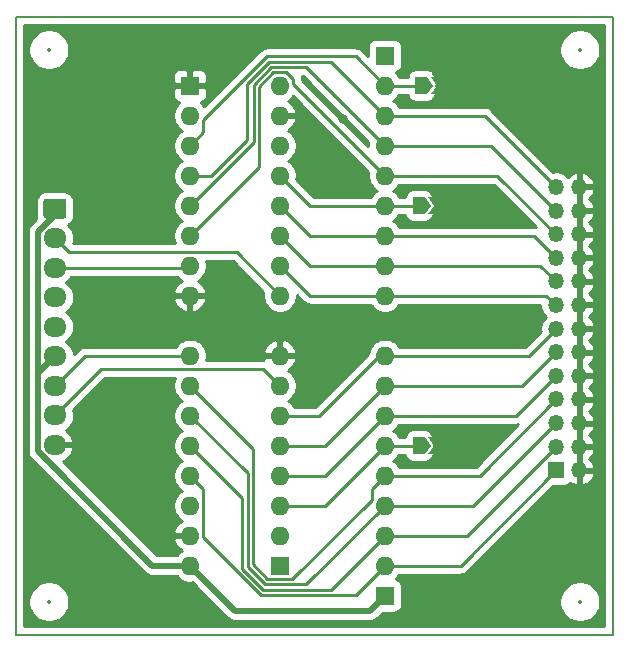
<source format=gbr>
%TF.GenerationSoftware,KiCad,Pcbnew,(5.1.10)-1*%
%TF.CreationDate,2021-09-08T12:56:42-03:00*%
%TF.ProjectId,SSC-THT,5353432d-5448-4542-9e6b-696361645f70,rev?*%
%TF.SameCoordinates,Original*%
%TF.FileFunction,Copper,L1,Top*%
%TF.FilePolarity,Positive*%
%FSLAX46Y46*%
G04 Gerber Fmt 4.6, Leading zero omitted, Abs format (unit mm)*
G04 Created by KiCad (PCBNEW (5.1.10)-1) date 2021-09-08 12:56:42*
%MOMM*%
%LPD*%
G01*
G04 APERTURE LIST*
%TA.AperFunction,Profile*%
%ADD10C,0.150000*%
%TD*%
%TA.AperFunction,ComponentPad*%
%ADD11R,1.350000X1.350000*%
%TD*%
%TA.AperFunction,ComponentPad*%
%ADD12O,1.350000X1.350000*%
%TD*%
%TA.AperFunction,SMDPad,CuDef*%
%ADD13C,0.100000*%
%TD*%
%TA.AperFunction,ComponentPad*%
%ADD14R,1.600000X1.600000*%
%TD*%
%TA.AperFunction,ComponentPad*%
%ADD15O,1.600000X1.600000*%
%TD*%
%TA.AperFunction,ComponentPad*%
%ADD16O,1.950000X1.700000*%
%TD*%
%TA.AperFunction,ViaPad*%
%ADD17C,0.800000*%
%TD*%
%TA.AperFunction,Conductor*%
%ADD18C,0.500000*%
%TD*%
%TA.AperFunction,Conductor*%
%ADD19C,0.250000*%
%TD*%
%TA.AperFunction,Conductor*%
%ADD20C,0.254000*%
%TD*%
%TA.AperFunction,Conductor*%
%ADD21C,0.100000*%
%TD*%
%ADD22C,0.350000*%
G04 APERTURE END LIST*
D10*
X68580000Y-90678000D02*
X18034000Y-90678000D01*
X18034000Y-38354000D02*
X18034000Y-90678000D01*
X68580000Y-38354000D02*
X18034000Y-38354000D01*
X68580000Y-90678000D02*
X68580000Y-38354000D01*
D11*
%TO.P,J2,1*%
%TO.N,L*%
X63754000Y-76770000D03*
D12*
%TO.P,J2,2*%
%TO.N,GND*%
X65754000Y-76770000D03*
%TO.P,J2,3*%
%TO.N,RIGHT*%
X63754000Y-74770000D03*
%TO.P,J2,4*%
%TO.N,GND*%
X65754000Y-74770000D03*
%TO.P,J2,5*%
%TO.N,START*%
X63754000Y-72770000D03*
%TO.P,J2,6*%
%TO.N,GND*%
X65754000Y-72770000D03*
%TO.P,J2,7*%
%TO.N,R*%
X63754000Y-70770000D03*
%TO.P,J2,8*%
%TO.N,GND*%
X65754000Y-70770000D03*
%TO.P,J2,9*%
%TO.N,LEFT*%
X63754000Y-68770000D03*
%TO.P,J2,10*%
%TO.N,GND*%
X65754000Y-68770000D03*
%TO.P,J2,11*%
%TO.N,A*%
X63754000Y-66770000D03*
%TO.P,J2,12*%
%TO.N,GND*%
X65754000Y-66770000D03*
%TO.P,J2,13*%
%TO.N,X*%
X63754000Y-64770000D03*
%TO.P,J2,14*%
%TO.N,GND*%
X65754000Y-64770000D03*
%TO.P,J2,15*%
%TO.N,Y*%
X63754000Y-62770000D03*
%TO.P,J2,16*%
%TO.N,GND*%
X65754000Y-62770000D03*
%TO.P,J2,17*%
%TO.N,C*%
X63754000Y-60770000D03*
%TO.P,J2,18*%
%TO.N,GND*%
X65754000Y-60770000D03*
%TO.P,J2,19*%
%TO.N,DOWN*%
X63754000Y-58770000D03*
%TO.P,J2,20*%
%TO.N,GND*%
X65754000Y-58770000D03*
%TO.P,J2,21*%
%TO.N,Z*%
X63754000Y-56770000D03*
%TO.P,J2,22*%
%TO.N,GND*%
X65754000Y-56770000D03*
%TO.P,J2,23*%
%TO.N,B*%
X63754000Y-54770000D03*
%TO.P,J2,24*%
%TO.N,GND*%
X65754000Y-54770000D03*
%TO.P,J2,25*%
%TO.N,UP*%
X63754000Y-52770000D03*
%TO.P,J2,26*%
%TO.N,GND*%
X65754000Y-52770000D03*
%TD*%
%TA.AperFunction,SMDPad,CuDef*%
D13*
%TO.P,SP3,2*%
%TO.N,GND*%
G36*
X54094000Y-55106000D02*
G01*
X52944000Y-55106000D01*
X53444000Y-54356000D01*
X52944000Y-53606000D01*
X54094000Y-53606000D01*
X54094000Y-55106000D01*
G37*
%TD.AperFunction*%
%TA.AperFunction,SMDPad,CuDef*%
%TO.P,SP3,1*%
%TO.N,3C3*%
G36*
X53144000Y-54356000D02*
G01*
X52644000Y-55106000D01*
X51644000Y-55106000D01*
X51644000Y-53606000D01*
X52644000Y-53606000D01*
X53144000Y-54356000D01*
G37*
%TD.AperFunction*%
%TD*%
%TA.AperFunction,SMDPad,CuDef*%
%TO.P,SP2,2*%
%TO.N,GND*%
G36*
X54094000Y-75426000D02*
G01*
X52944000Y-75426000D01*
X53444000Y-74676000D01*
X52944000Y-73926000D01*
X54094000Y-73926000D01*
X54094000Y-75426000D01*
G37*
%TD.AperFunction*%
%TA.AperFunction,SMDPad,CuDef*%
%TO.P,SP2,1*%
%TO.N,2C3*%
G36*
X53144000Y-74676000D02*
G01*
X52644000Y-75426000D01*
X51644000Y-75426000D01*
X51644000Y-73926000D01*
X52644000Y-73926000D01*
X53144000Y-74676000D01*
G37*
%TD.AperFunction*%
%TD*%
D14*
%TO.P,RN1,1*%
%TO.N,VCC*%
X49276000Y-41656000D03*
D15*
%TO.P,RN1,2*%
%TO.N,1C3*%
X49276000Y-44196000D03*
%TO.P,RN1,3*%
%TO.N,UP*%
X49276000Y-46736000D03*
%TO.P,RN1,4*%
%TO.N,B*%
X49276000Y-49276000D03*
%TO.P,RN1,5*%
%TO.N,Z*%
X49276000Y-51816000D03*
%TO.P,RN1,6*%
%TO.N,3C3*%
X49276000Y-54356000D03*
%TO.P,RN1,7*%
%TO.N,DOWN*%
X49276000Y-56896000D03*
%TO.P,RN1,8*%
%TO.N,C*%
X49276000Y-59436000D03*
%TO.P,RN1,9*%
%TO.N,Y*%
X49276000Y-61976000D03*
%TD*%
%TA.AperFunction,SMDPad,CuDef*%
D13*
%TO.P,SP1,2*%
%TO.N,GND*%
G36*
X54311000Y-44946000D02*
G01*
X53161000Y-44946000D01*
X53661000Y-44196000D01*
X53161000Y-43446000D01*
X54311000Y-43446000D01*
X54311000Y-44946000D01*
G37*
%TD.AperFunction*%
%TA.AperFunction,SMDPad,CuDef*%
%TO.P,SP1,1*%
%TO.N,1C3*%
G36*
X53361000Y-44196000D02*
G01*
X52861000Y-44946000D01*
X51861000Y-44946000D01*
X51861000Y-43446000D01*
X52861000Y-43446000D01*
X53361000Y-44196000D01*
G37*
%TD.AperFunction*%
%TD*%
D14*
%TO.P,RN2,1*%
%TO.N,VCC*%
X49276000Y-87376000D03*
D15*
%TO.P,RN2,2*%
%TO.N,L*%
X49276000Y-84836000D03*
%TO.P,RN2,3*%
%TO.N,RIGHT*%
X49276000Y-82296000D03*
%TO.P,RN2,4*%
%TO.N,START*%
X49276000Y-79756000D03*
%TO.P,RN2,5*%
%TO.N,R*%
X49276000Y-77216000D03*
%TO.P,RN2,6*%
%TO.N,2C3*%
X49276000Y-74676000D03*
%TO.P,RN2,7*%
%TO.N,LEFT*%
X49276000Y-72136000D03*
%TO.P,RN2,8*%
%TO.N,A*%
X49276000Y-69596000D03*
%TO.P,RN2,9*%
%TO.N,X*%
X49276000Y-67056000D03*
%TD*%
D14*
%TO.P,U2,1*%
%TO.N,GND*%
X40386000Y-84836000D03*
D15*
%TO.P,U2,9*%
%TO.N,D3*%
X32766000Y-67056000D03*
%TO.P,U2,2*%
%TO.N,S1*%
X40386000Y-82296000D03*
%TO.P,U2,10*%
%TO.N,R*%
X32766000Y-69596000D03*
%TO.P,U2,3*%
%TO.N,2C3*%
X40386000Y-79756000D03*
%TO.P,U2,11*%
%TO.N,START*%
X32766000Y-72136000D03*
%TO.P,U2,4*%
%TO.N,LEFT*%
X40386000Y-77216000D03*
%TO.P,U2,12*%
%TO.N,RIGHT*%
X32766000Y-74676000D03*
%TO.P,U2,5*%
%TO.N,A*%
X40386000Y-74676000D03*
%TO.P,U2,13*%
%TO.N,L*%
X32766000Y-77216000D03*
%TO.P,U2,6*%
%TO.N,X*%
X40386000Y-72136000D03*
%TO.P,U2,14*%
%TO.N,S0*%
X32766000Y-79756000D03*
%TO.P,U2,7*%
%TO.N,D2*%
X40386000Y-69596000D03*
%TO.P,U2,15*%
%TO.N,GND*%
X32766000Y-82296000D03*
%TO.P,U2,8*%
X40386000Y-67056000D03*
%TO.P,U2,16*%
%TO.N,VCC*%
X32766000Y-84836000D03*
%TD*%
D14*
%TO.P,U1,1*%
%TO.N,GND*%
X32766000Y-44196000D03*
D15*
%TO.P,U1,9*%
%TO.N,D1*%
X40386000Y-61976000D03*
%TO.P,U1,2*%
%TO.N,S1*%
X32766000Y-46736000D03*
%TO.P,U1,10*%
%TO.N,Y*%
X40386000Y-59436000D03*
%TO.P,U1,3*%
%TO.N,1C3*%
X32766000Y-49276000D03*
%TO.P,U1,11*%
%TO.N,C*%
X40386000Y-56896000D03*
%TO.P,U1,4*%
%TO.N,UP*%
X32766000Y-51816000D03*
%TO.P,U1,12*%
%TO.N,DOWN*%
X40386000Y-54356000D03*
%TO.P,U1,5*%
%TO.N,B*%
X32766000Y-54356000D03*
%TO.P,U1,13*%
%TO.N,3C3*%
X40386000Y-51816000D03*
%TO.P,U1,6*%
%TO.N,Z*%
X32766000Y-56896000D03*
%TO.P,U1,14*%
%TO.N,S0*%
X40386000Y-49276000D03*
%TO.P,U1,7*%
%TO.N,D0*%
X32766000Y-59436000D03*
%TO.P,U1,15*%
%TO.N,GND*%
X40386000Y-46736000D03*
%TO.P,U1,8*%
X32766000Y-61976000D03*
%TO.P,U1,16*%
%TO.N,VCC*%
X40386000Y-44196000D03*
%TD*%
%TO.P,J1,1*%
%TO.N,VCC*%
%TA.AperFunction,ComponentPad*%
G36*
G01*
X20611000Y-53760000D02*
X22061000Y-53760000D01*
G75*
G02*
X22311000Y-54010000I0J-250000D01*
G01*
X22311000Y-55210000D01*
G75*
G02*
X22061000Y-55460000I-250000J0D01*
G01*
X20611000Y-55460000D01*
G75*
G02*
X20361000Y-55210000I0J250000D01*
G01*
X20361000Y-54010000D01*
G75*
G02*
X20611000Y-53760000I250000J0D01*
G01*
G37*
%TD.AperFunction*%
D16*
%TO.P,J1,2*%
%TO.N,D1*%
X21336000Y-57110000D03*
%TO.P,J1,3*%
%TO.N,D0*%
X21336000Y-59610000D03*
%TO.P,J1,4*%
%TO.N,S0*%
X21336000Y-62110000D03*
%TO.P,J1,5*%
%TO.N,S1*%
X21336000Y-64610000D03*
%TO.P,J1,6*%
%TO.N,VCC*%
X21336000Y-67110000D03*
%TO.P,J1,7*%
%TO.N,D3*%
X21336000Y-69610000D03*
%TO.P,J1,8*%
%TO.N,D2*%
X21336000Y-72110000D03*
%TO.P,J1,9*%
%TO.N,GND*%
X21336000Y-74610000D03*
%TD*%
D17*
%TO.N,GND*%
X54864000Y-73406000D03*
X55626000Y-54610000D03*
X56388000Y-43942000D03*
X45720000Y-51816000D03*
X45720000Y-46990000D03*
X49022000Y-64516000D03*
X50038000Y-64516000D03*
X51054000Y-64516000D03*
X52070000Y-64516000D03*
X53086000Y-64516000D03*
X54102000Y-64516000D03*
X52070000Y-63500000D03*
X53086000Y-63500000D03*
X54102000Y-63500000D03*
X52070000Y-65532000D03*
X53086000Y-65532000D03*
X54102000Y-65532000D03*
%TD*%
D18*
%TO.N,GND*%
X55626000Y-54610000D02*
X53848000Y-54610000D01*
X56134000Y-44196000D02*
X56388000Y-43942000D01*
X53811000Y-44196000D02*
X56134000Y-44196000D01*
X54864000Y-73406000D02*
X54102000Y-74168000D01*
X54102000Y-74168000D02*
X54102000Y-74676000D01*
X53594000Y-74676000D02*
X54102000Y-74676000D01*
D19*
%TO.N,D2*%
X38971001Y-68181001D02*
X40386000Y-69596000D01*
X25264999Y-68181001D02*
X38971001Y-68181001D01*
X21336000Y-72110000D02*
X25264999Y-68181001D01*
%TO.N,D3*%
X23890000Y-67056000D02*
X32766000Y-67056000D01*
X21336000Y-69610000D02*
X23890000Y-67056000D01*
D18*
%TO.N,VCC*%
X19910990Y-68535010D02*
X21336000Y-67110000D01*
X19910990Y-75148481D02*
X19910990Y-68535010D01*
X29598509Y-84836000D02*
X19910990Y-75148481D01*
X32766000Y-84836000D02*
X29598509Y-84836000D01*
X21336000Y-55146509D02*
X21336000Y-54610000D01*
X19910990Y-56571519D02*
X21336000Y-55146509D01*
X19910990Y-68535010D02*
X19910990Y-56571519D01*
X32766000Y-84836000D02*
X36576000Y-88646000D01*
X48006000Y-88646000D02*
X49276000Y-87376000D01*
X36576000Y-88646000D02*
X48006000Y-88646000D01*
D19*
%TO.N,D0*%
X32592000Y-59610000D02*
X32766000Y-59436000D01*
X21336000Y-59610000D02*
X32592000Y-59610000D01*
%TO.N,D1*%
X22536999Y-58310999D02*
X21336000Y-57110000D01*
X36720999Y-58310999D02*
X22536999Y-58310999D01*
X40386000Y-61976000D02*
X36720999Y-58310999D01*
%TO.N,UP*%
X32766000Y-51816000D02*
X34544000Y-51816000D01*
X34544000Y-51816000D02*
X37592000Y-48768000D01*
X44710979Y-42170979D02*
X49276000Y-46736000D01*
X39473199Y-42170979D02*
X44710979Y-42170979D01*
X37592000Y-44052178D02*
X39473199Y-42170979D01*
X37592000Y-48768000D02*
X37592000Y-44052178D01*
X57720000Y-46736000D02*
X49276000Y-46736000D01*
X63754000Y-52770000D02*
X57720000Y-46736000D01*
%TO.N,DOWN*%
X42926000Y-56896000D02*
X40386000Y-54356000D01*
X49276000Y-56896000D02*
X42926000Y-56896000D01*
X61880000Y-56896000D02*
X63754000Y-58770000D01*
X49276000Y-56896000D02*
X61880000Y-56896000D01*
%TO.N,LEFT*%
X44196000Y-77216000D02*
X40386000Y-77216000D01*
X49276000Y-72136000D02*
X44196000Y-77216000D01*
X60388000Y-72136000D02*
X49276000Y-72136000D01*
X63754000Y-68770000D02*
X60388000Y-72136000D01*
%TO.N,RIGHT*%
X38953198Y-86861020D02*
X37199981Y-85107803D01*
X44710980Y-86861020D02*
X38953198Y-86861020D01*
X49276000Y-82296000D02*
X44710980Y-86861020D01*
X37199981Y-79109981D02*
X32766000Y-74676000D01*
X37199981Y-85107803D02*
X37199981Y-79109981D01*
X56228000Y-82296000D02*
X49276000Y-82296000D01*
X63754000Y-74770000D02*
X56228000Y-82296000D01*
%TO.N,X*%
X40386000Y-72136000D02*
X43688000Y-72136000D01*
X48768000Y-67056000D02*
X49276000Y-67056000D01*
X43688000Y-72136000D02*
X48768000Y-67056000D01*
X61468000Y-67056000D02*
X63754000Y-64770000D01*
X49276000Y-67056000D02*
X61468000Y-67056000D01*
%TO.N,Y*%
X42926000Y-61976000D02*
X40386000Y-59436000D01*
X49276000Y-61976000D02*
X42926000Y-61976000D01*
X62960000Y-61976000D02*
X63754000Y-62770000D01*
X49276000Y-61976000D02*
X62960000Y-61976000D01*
%TO.N,Z*%
X38608000Y-51054000D02*
X32766000Y-56896000D01*
X38608000Y-44308998D02*
X38608000Y-51054000D01*
X39845999Y-43070999D02*
X38608000Y-44308998D01*
X41511001Y-43655999D02*
X40926001Y-43070999D01*
X41511001Y-44051001D02*
X41511001Y-43655999D01*
X40926001Y-43070999D02*
X39845999Y-43070999D01*
X49276000Y-51816000D02*
X41511001Y-44051001D01*
X58800000Y-51816000D02*
X63754000Y-56770000D01*
X49276000Y-51816000D02*
X58800000Y-51816000D01*
%TO.N,START*%
X42620989Y-86411011D02*
X49276000Y-79756000D01*
X39139599Y-86411011D02*
X42620989Y-86411011D01*
X37649991Y-84921403D02*
X39139599Y-86411011D01*
X37649991Y-77019991D02*
X37649991Y-84921403D01*
X32766000Y-72136000D02*
X37649991Y-77019991D01*
X56768000Y-79756000D02*
X49276000Y-79756000D01*
X63754000Y-72770000D02*
X56768000Y-79756000D01*
%TO.N,A*%
X44196000Y-74676000D02*
X40386000Y-74676000D01*
X49276000Y-69596000D02*
X44196000Y-74676000D01*
X60928000Y-69596000D02*
X49276000Y-69596000D01*
X63754000Y-66770000D02*
X60928000Y-69596000D01*
%TO.N,B*%
X42620989Y-42620989D02*
X49276000Y-49276000D01*
X39659599Y-42620989D02*
X42620989Y-42620989D01*
X38157991Y-44122597D02*
X39659599Y-42620989D01*
X38157990Y-48964010D02*
X38157991Y-44122597D01*
X32766000Y-54356000D02*
X38157990Y-48964010D01*
X58260000Y-49276000D02*
X49276000Y-49276000D01*
X63754000Y-54770000D02*
X58260000Y-49276000D01*
%TO.N,C*%
X42926000Y-59436000D02*
X40386000Y-56896000D01*
X49276000Y-59436000D02*
X42926000Y-59436000D01*
X62420000Y-59436000D02*
X63754000Y-60770000D01*
X49276000Y-59436000D02*
X62420000Y-59436000D01*
%TO.N,R*%
X39325999Y-85961001D02*
X38100000Y-84735002D01*
X41446001Y-85961001D02*
X39325999Y-85961001D01*
X48150999Y-79256003D02*
X41446001Y-85961001D01*
X48150999Y-78341001D02*
X48150999Y-79256003D01*
X49276000Y-77216000D02*
X48150999Y-78341001D01*
X38100000Y-74930000D02*
X32766000Y-69596000D01*
X38100000Y-84735002D02*
X38100000Y-74930000D01*
X57308000Y-77216000D02*
X63754000Y-70770000D01*
X49276000Y-77216000D02*
X57308000Y-77216000D01*
%TO.N,L*%
X46800970Y-87311030D02*
X49276000Y-84836000D01*
X38766798Y-87311030D02*
X46800970Y-87311030D01*
X33891001Y-82435233D02*
X38766798Y-87311030D01*
X33891001Y-78341001D02*
X33891001Y-82435233D01*
X32766000Y-77216000D02*
X33891001Y-78341001D01*
X55688000Y-84836000D02*
X63754000Y-76770000D01*
X49276000Y-84836000D02*
X55688000Y-84836000D01*
%TO.N,3C3*%
X42926000Y-54356000D02*
X40386000Y-51816000D01*
X49276000Y-54356000D02*
X42926000Y-54356000D01*
X49276000Y-54356000D02*
X52144000Y-54356000D01*
%TO.N,1C3*%
X33891001Y-47116767D02*
X33891001Y-48150999D01*
X39286798Y-41720970D02*
X33891001Y-47116767D01*
X46800970Y-41720970D02*
X39286798Y-41720970D01*
X33891001Y-48150999D02*
X32766000Y-49276000D01*
X49276000Y-44196000D02*
X46800970Y-41720970D01*
X49276000Y-44196000D02*
X52361000Y-44196000D01*
%TO.N,2C3*%
X44196000Y-79756000D02*
X40386000Y-79756000D01*
X49276000Y-74676000D02*
X44196000Y-79756000D01*
X49276000Y-74676000D02*
X52144000Y-74676000D01*
%TD*%
D20*
%TO.N,GND*%
X67870000Y-89968000D02*
X18744000Y-89968000D01*
X18744000Y-87713117D01*
X19093000Y-87713117D01*
X19093000Y-88054883D01*
X19159675Y-88390081D01*
X19290463Y-88705831D01*
X19480337Y-88989998D01*
X19722002Y-89231663D01*
X20006169Y-89421537D01*
X20321919Y-89552325D01*
X20657117Y-89619000D01*
X20998883Y-89619000D01*
X21334081Y-89552325D01*
X21649831Y-89421537D01*
X21933998Y-89231663D01*
X22175663Y-88989998D01*
X22365537Y-88705831D01*
X22496325Y-88390081D01*
X22563000Y-88054883D01*
X22563000Y-87713117D01*
X22496325Y-87377919D01*
X22365537Y-87062169D01*
X22175663Y-86778002D01*
X21933998Y-86536337D01*
X21649831Y-86346463D01*
X21334081Y-86215675D01*
X20998883Y-86149000D01*
X20657117Y-86149000D01*
X20321919Y-86215675D01*
X20006169Y-86346463D01*
X19722002Y-86536337D01*
X19480337Y-86778002D01*
X19290463Y-87062169D01*
X19159675Y-87377919D01*
X19093000Y-87713117D01*
X18744000Y-87713117D01*
X18744000Y-56571519D01*
X19021709Y-56571519D01*
X19025991Y-56614998D01*
X19025990Y-68491541D01*
X19021709Y-68535010D01*
X19025990Y-68578479D01*
X19025990Y-68578486D01*
X19025991Y-68578496D01*
X19025990Y-75105012D01*
X19021709Y-75148481D01*
X19025990Y-75191950D01*
X19025990Y-75191957D01*
X19038795Y-75321970D01*
X19089401Y-75488793D01*
X19171579Y-75642539D01*
X19282173Y-75777298D01*
X19315946Y-75805015D01*
X28941979Y-85431049D01*
X28969692Y-85464817D01*
X29003460Y-85492530D01*
X29003462Y-85492532D01*
X29031725Y-85515727D01*
X29104450Y-85575411D01*
X29258196Y-85657589D01*
X29425019Y-85708195D01*
X29555032Y-85721000D01*
X29555040Y-85721000D01*
X29598509Y-85725281D01*
X29641978Y-85721000D01*
X31631479Y-85721000D01*
X31651363Y-85750759D01*
X31851241Y-85950637D01*
X32086273Y-86107680D01*
X32347426Y-86215853D01*
X32624665Y-86271000D01*
X32907335Y-86271000D01*
X32942439Y-86264017D01*
X35919470Y-89241049D01*
X35947183Y-89274817D01*
X35980951Y-89302530D01*
X35980953Y-89302532D01*
X36081941Y-89385411D01*
X36235686Y-89467589D01*
X36402510Y-89518195D01*
X36532523Y-89531000D01*
X36532531Y-89531000D01*
X36576000Y-89535281D01*
X36619469Y-89531000D01*
X47962531Y-89531000D01*
X48006000Y-89535281D01*
X48049469Y-89531000D01*
X48049477Y-89531000D01*
X48179490Y-89518195D01*
X48346313Y-89467589D01*
X48500059Y-89385411D01*
X48634817Y-89274817D01*
X48662534Y-89241044D01*
X49089506Y-88814072D01*
X50076000Y-88814072D01*
X50200482Y-88801812D01*
X50320180Y-88765502D01*
X50430494Y-88706537D01*
X50527185Y-88627185D01*
X50606537Y-88530494D01*
X50665502Y-88420180D01*
X50701812Y-88300482D01*
X50714072Y-88176000D01*
X50714072Y-87713117D01*
X64051000Y-87713117D01*
X64051000Y-88054883D01*
X64117675Y-88390081D01*
X64248463Y-88705831D01*
X64438337Y-88989998D01*
X64680002Y-89231663D01*
X64964169Y-89421537D01*
X65279919Y-89552325D01*
X65615117Y-89619000D01*
X65956883Y-89619000D01*
X66292081Y-89552325D01*
X66607831Y-89421537D01*
X66891998Y-89231663D01*
X67133663Y-88989998D01*
X67323537Y-88705831D01*
X67454325Y-88390081D01*
X67521000Y-88054883D01*
X67521000Y-87713117D01*
X67454325Y-87377919D01*
X67323537Y-87062169D01*
X67133663Y-86778002D01*
X66891998Y-86536337D01*
X66607831Y-86346463D01*
X66292081Y-86215675D01*
X65956883Y-86149000D01*
X65615117Y-86149000D01*
X65279919Y-86215675D01*
X64964169Y-86346463D01*
X64680002Y-86536337D01*
X64438337Y-86778002D01*
X64248463Y-87062169D01*
X64117675Y-87377919D01*
X64051000Y-87713117D01*
X50714072Y-87713117D01*
X50714072Y-86576000D01*
X50701812Y-86451518D01*
X50665502Y-86331820D01*
X50606537Y-86221506D01*
X50527185Y-86124815D01*
X50430494Y-86045463D01*
X50320180Y-85986498D01*
X50200482Y-85950188D01*
X50192039Y-85949357D01*
X50390637Y-85750759D01*
X50494043Y-85596000D01*
X55650678Y-85596000D01*
X55688000Y-85599676D01*
X55725322Y-85596000D01*
X55725333Y-85596000D01*
X55836986Y-85585003D01*
X55980247Y-85541546D01*
X56112276Y-85470974D01*
X56228001Y-85376001D01*
X56251804Y-85346997D01*
X63515730Y-78083072D01*
X64429000Y-78083072D01*
X64553482Y-78070812D01*
X64673180Y-78034502D01*
X64783494Y-77975537D01*
X64880185Y-77896185D01*
X64954256Y-77805929D01*
X64964463Y-77815344D01*
X65183570Y-77949289D01*
X65424599Y-78037915D01*
X65627000Y-77915085D01*
X65627000Y-76897000D01*
X65881000Y-76897000D01*
X65881000Y-77915085D01*
X66083401Y-78037915D01*
X66324430Y-77949289D01*
X66543537Y-77815344D01*
X66732303Y-77641227D01*
X66883473Y-77433629D01*
X66991238Y-77200528D01*
X67021910Y-77099400D01*
X66898224Y-76897000D01*
X65881000Y-76897000D01*
X65627000Y-76897000D01*
X65607000Y-76897000D01*
X65607000Y-76643000D01*
X65627000Y-76643000D01*
X65627000Y-74897000D01*
X65881000Y-74897000D01*
X65881000Y-76643000D01*
X66898224Y-76643000D01*
X67021910Y-76440600D01*
X66991238Y-76339472D01*
X66883473Y-76106371D01*
X66732303Y-75898773D01*
X66592696Y-75770000D01*
X66732303Y-75641227D01*
X66883473Y-75433629D01*
X66991238Y-75200528D01*
X67021910Y-75099400D01*
X66898224Y-74897000D01*
X65881000Y-74897000D01*
X65627000Y-74897000D01*
X65607000Y-74897000D01*
X65607000Y-74643000D01*
X65627000Y-74643000D01*
X65627000Y-72897000D01*
X65881000Y-72897000D01*
X65881000Y-74643000D01*
X66898224Y-74643000D01*
X67021910Y-74440600D01*
X66991238Y-74339472D01*
X66883473Y-74106371D01*
X66732303Y-73898773D01*
X66592696Y-73770000D01*
X66732303Y-73641227D01*
X66883473Y-73433629D01*
X66991238Y-73200528D01*
X67021910Y-73099400D01*
X66898224Y-72897000D01*
X65881000Y-72897000D01*
X65627000Y-72897000D01*
X65607000Y-72897000D01*
X65607000Y-72643000D01*
X65627000Y-72643000D01*
X65627000Y-70897000D01*
X65881000Y-70897000D01*
X65881000Y-72643000D01*
X66898224Y-72643000D01*
X67021910Y-72440600D01*
X66991238Y-72339472D01*
X66883473Y-72106371D01*
X66732303Y-71898773D01*
X66592696Y-71770000D01*
X66732303Y-71641227D01*
X66883473Y-71433629D01*
X66991238Y-71200528D01*
X67021910Y-71099400D01*
X66898224Y-70897000D01*
X65881000Y-70897000D01*
X65627000Y-70897000D01*
X65607000Y-70897000D01*
X65607000Y-70643000D01*
X65627000Y-70643000D01*
X65627000Y-68897000D01*
X65881000Y-68897000D01*
X65881000Y-70643000D01*
X66898224Y-70643000D01*
X67021910Y-70440600D01*
X66991238Y-70339472D01*
X66883473Y-70106371D01*
X66732303Y-69898773D01*
X66592696Y-69770000D01*
X66732303Y-69641227D01*
X66883473Y-69433629D01*
X66991238Y-69200528D01*
X67021910Y-69099400D01*
X66898224Y-68897000D01*
X65881000Y-68897000D01*
X65627000Y-68897000D01*
X65607000Y-68897000D01*
X65607000Y-68643000D01*
X65627000Y-68643000D01*
X65627000Y-66897000D01*
X65881000Y-66897000D01*
X65881000Y-68643000D01*
X66898224Y-68643000D01*
X67021910Y-68440600D01*
X66991238Y-68339472D01*
X66883473Y-68106371D01*
X66732303Y-67898773D01*
X66592696Y-67770000D01*
X66732303Y-67641227D01*
X66883473Y-67433629D01*
X66991238Y-67200528D01*
X67021910Y-67099400D01*
X66898224Y-66897000D01*
X65881000Y-66897000D01*
X65627000Y-66897000D01*
X65607000Y-66897000D01*
X65607000Y-66643000D01*
X65627000Y-66643000D01*
X65627000Y-64897000D01*
X65881000Y-64897000D01*
X65881000Y-66643000D01*
X66898224Y-66643000D01*
X67021910Y-66440600D01*
X66991238Y-66339472D01*
X66883473Y-66106371D01*
X66732303Y-65898773D01*
X66592696Y-65770000D01*
X66732303Y-65641227D01*
X66883473Y-65433629D01*
X66991238Y-65200528D01*
X67021910Y-65099400D01*
X66898224Y-64897000D01*
X65881000Y-64897000D01*
X65627000Y-64897000D01*
X65607000Y-64897000D01*
X65607000Y-64643000D01*
X65627000Y-64643000D01*
X65627000Y-62897000D01*
X65881000Y-62897000D01*
X65881000Y-64643000D01*
X66898224Y-64643000D01*
X67021910Y-64440600D01*
X66991238Y-64339472D01*
X66883473Y-64106371D01*
X66732303Y-63898773D01*
X66592696Y-63770000D01*
X66732303Y-63641227D01*
X66883473Y-63433629D01*
X66991238Y-63200528D01*
X67021910Y-63099400D01*
X66898224Y-62897000D01*
X65881000Y-62897000D01*
X65627000Y-62897000D01*
X65607000Y-62897000D01*
X65607000Y-62643000D01*
X65627000Y-62643000D01*
X65627000Y-60897000D01*
X65881000Y-60897000D01*
X65881000Y-62643000D01*
X66898224Y-62643000D01*
X67021910Y-62440600D01*
X66991238Y-62339472D01*
X66883473Y-62106371D01*
X66732303Y-61898773D01*
X66592696Y-61770000D01*
X66732303Y-61641227D01*
X66883473Y-61433629D01*
X66991238Y-61200528D01*
X67021910Y-61099400D01*
X66898224Y-60897000D01*
X65881000Y-60897000D01*
X65627000Y-60897000D01*
X65607000Y-60897000D01*
X65607000Y-60643000D01*
X65627000Y-60643000D01*
X65627000Y-58897000D01*
X65881000Y-58897000D01*
X65881000Y-60643000D01*
X66898224Y-60643000D01*
X67021910Y-60440600D01*
X66991238Y-60339472D01*
X66883473Y-60106371D01*
X66732303Y-59898773D01*
X66592696Y-59770000D01*
X66732303Y-59641227D01*
X66883473Y-59433629D01*
X66991238Y-59200528D01*
X67021910Y-59099400D01*
X66898224Y-58897000D01*
X65881000Y-58897000D01*
X65627000Y-58897000D01*
X65607000Y-58897000D01*
X65607000Y-58643000D01*
X65627000Y-58643000D01*
X65627000Y-56897000D01*
X65881000Y-56897000D01*
X65881000Y-58643000D01*
X66898224Y-58643000D01*
X67021910Y-58440600D01*
X66991238Y-58339472D01*
X66883473Y-58106371D01*
X66732303Y-57898773D01*
X66592696Y-57770000D01*
X66732303Y-57641227D01*
X66883473Y-57433629D01*
X66991238Y-57200528D01*
X67021910Y-57099400D01*
X66898224Y-56897000D01*
X65881000Y-56897000D01*
X65627000Y-56897000D01*
X65607000Y-56897000D01*
X65607000Y-56643000D01*
X65627000Y-56643000D01*
X65627000Y-54897000D01*
X65881000Y-54897000D01*
X65881000Y-56643000D01*
X66898224Y-56643000D01*
X67021910Y-56440600D01*
X66991238Y-56339472D01*
X66883473Y-56106371D01*
X66732303Y-55898773D01*
X66592696Y-55770000D01*
X66732303Y-55641227D01*
X66883473Y-55433629D01*
X66991238Y-55200528D01*
X67021910Y-55099400D01*
X66898224Y-54897000D01*
X65881000Y-54897000D01*
X65627000Y-54897000D01*
X65607000Y-54897000D01*
X65607000Y-54643000D01*
X65627000Y-54643000D01*
X65627000Y-52897000D01*
X65881000Y-52897000D01*
X65881000Y-54643000D01*
X66898224Y-54643000D01*
X67021910Y-54440600D01*
X66991238Y-54339472D01*
X66883473Y-54106371D01*
X66732303Y-53898773D01*
X66592696Y-53770000D01*
X66732303Y-53641227D01*
X66883473Y-53433629D01*
X66991238Y-53200528D01*
X67021910Y-53099400D01*
X66898224Y-52897000D01*
X65881000Y-52897000D01*
X65627000Y-52897000D01*
X65607000Y-52897000D01*
X65607000Y-52643000D01*
X65627000Y-52643000D01*
X65627000Y-51624915D01*
X65881000Y-51624915D01*
X65881000Y-52643000D01*
X66898224Y-52643000D01*
X67021910Y-52440600D01*
X66991238Y-52339472D01*
X66883473Y-52106371D01*
X66732303Y-51898773D01*
X66543537Y-51724656D01*
X66324430Y-51590711D01*
X66083401Y-51502085D01*
X65881000Y-51624915D01*
X65627000Y-51624915D01*
X65424599Y-51502085D01*
X65183570Y-51590711D01*
X64964463Y-51724656D01*
X64775697Y-51898773D01*
X64758715Y-51922094D01*
X64589077Y-51752456D01*
X64374518Y-51609093D01*
X64136113Y-51510342D01*
X63883024Y-51460000D01*
X63624976Y-51460000D01*
X63536417Y-51477615D01*
X58283804Y-46225003D01*
X58260001Y-46195999D01*
X58144276Y-46101026D01*
X58012247Y-46030454D01*
X57868986Y-45986997D01*
X57757333Y-45976000D01*
X57757322Y-45976000D01*
X57720000Y-45972324D01*
X57682678Y-45976000D01*
X50494043Y-45976000D01*
X50390637Y-45821241D01*
X50190759Y-45621363D01*
X49958241Y-45466000D01*
X50190759Y-45310637D01*
X50390637Y-45110759D01*
X50494043Y-44956000D01*
X51223913Y-44956000D01*
X51235188Y-45070482D01*
X51271498Y-45190180D01*
X51330463Y-45300494D01*
X51409815Y-45397185D01*
X51506506Y-45476537D01*
X51616820Y-45535502D01*
X51736518Y-45571812D01*
X51861000Y-45584072D01*
X52861000Y-45584072D01*
X52986136Y-45571681D01*
X53105796Y-45535246D01*
X53216049Y-45476166D01*
X53312657Y-45396713D01*
X53391908Y-45299939D01*
X53891908Y-44549939D01*
X53950246Y-44440796D01*
X53986681Y-44321136D01*
X53999072Y-44196667D01*
X53986941Y-44072173D01*
X53950757Y-43952437D01*
X53891908Y-43842061D01*
X53391908Y-43092061D01*
X53312185Y-42994815D01*
X53215494Y-42915463D01*
X53105180Y-42856498D01*
X52985482Y-42820188D01*
X52861000Y-42807928D01*
X51861000Y-42807928D01*
X51736518Y-42820188D01*
X51616820Y-42856498D01*
X51506506Y-42915463D01*
X51409815Y-42994815D01*
X51330463Y-43091506D01*
X51271498Y-43201820D01*
X51235188Y-43321518D01*
X51223913Y-43436000D01*
X50494043Y-43436000D01*
X50390637Y-43281241D01*
X50192039Y-43082643D01*
X50200482Y-43081812D01*
X50320180Y-43045502D01*
X50430494Y-42986537D01*
X50527185Y-42907185D01*
X50606537Y-42810494D01*
X50665502Y-42700180D01*
X50701812Y-42580482D01*
X50714072Y-42456000D01*
X50714072Y-40977117D01*
X64051000Y-40977117D01*
X64051000Y-41318883D01*
X64117675Y-41654081D01*
X64248463Y-41969831D01*
X64438337Y-42253998D01*
X64680002Y-42495663D01*
X64964169Y-42685537D01*
X65279919Y-42816325D01*
X65615117Y-42883000D01*
X65956883Y-42883000D01*
X66292081Y-42816325D01*
X66607831Y-42685537D01*
X66891998Y-42495663D01*
X67133663Y-42253998D01*
X67323537Y-41969831D01*
X67454325Y-41654081D01*
X67521000Y-41318883D01*
X67521000Y-40977117D01*
X67454325Y-40641919D01*
X67323537Y-40326169D01*
X67133663Y-40042002D01*
X66891998Y-39800337D01*
X66607831Y-39610463D01*
X66292081Y-39479675D01*
X65956883Y-39413000D01*
X65615117Y-39413000D01*
X65279919Y-39479675D01*
X64964169Y-39610463D01*
X64680002Y-39800337D01*
X64438337Y-40042002D01*
X64248463Y-40326169D01*
X64117675Y-40641919D01*
X64051000Y-40977117D01*
X50714072Y-40977117D01*
X50714072Y-40856000D01*
X50701812Y-40731518D01*
X50665502Y-40611820D01*
X50606537Y-40501506D01*
X50527185Y-40404815D01*
X50430494Y-40325463D01*
X50320180Y-40266498D01*
X50200482Y-40230188D01*
X50076000Y-40217928D01*
X48476000Y-40217928D01*
X48351518Y-40230188D01*
X48231820Y-40266498D01*
X48121506Y-40325463D01*
X48024815Y-40404815D01*
X47945463Y-40501506D01*
X47886498Y-40611820D01*
X47850188Y-40731518D01*
X47837928Y-40856000D01*
X47837928Y-41683127D01*
X47364774Y-41209973D01*
X47340971Y-41180969D01*
X47225246Y-41085996D01*
X47093217Y-41015424D01*
X46949956Y-40971967D01*
X46838303Y-40960970D01*
X46838292Y-40960970D01*
X46800970Y-40957294D01*
X46763648Y-40960970D01*
X39324120Y-40960970D01*
X39286797Y-40957294D01*
X39249474Y-40960970D01*
X39249465Y-40960970D01*
X39137812Y-40971967D01*
X38994551Y-41015424D01*
X38862522Y-41085996D01*
X38746797Y-41180969D01*
X38722999Y-41209967D01*
X33973198Y-45959769D01*
X33880637Y-45821241D01*
X33682039Y-45622643D01*
X33690482Y-45621812D01*
X33810180Y-45585502D01*
X33920494Y-45526537D01*
X34017185Y-45447185D01*
X34096537Y-45350494D01*
X34155502Y-45240180D01*
X34191812Y-45120482D01*
X34204072Y-44996000D01*
X34201000Y-44481750D01*
X34042250Y-44323000D01*
X32893000Y-44323000D01*
X32893000Y-44343000D01*
X32639000Y-44343000D01*
X32639000Y-44323000D01*
X31489750Y-44323000D01*
X31331000Y-44481750D01*
X31327928Y-44996000D01*
X31340188Y-45120482D01*
X31376498Y-45240180D01*
X31435463Y-45350494D01*
X31514815Y-45447185D01*
X31611506Y-45526537D01*
X31721820Y-45585502D01*
X31841518Y-45621812D01*
X31849961Y-45622643D01*
X31651363Y-45821241D01*
X31494320Y-46056273D01*
X31386147Y-46317426D01*
X31331000Y-46594665D01*
X31331000Y-46877335D01*
X31386147Y-47154574D01*
X31494320Y-47415727D01*
X31651363Y-47650759D01*
X31851241Y-47850637D01*
X32083759Y-48006000D01*
X31851241Y-48161363D01*
X31651363Y-48361241D01*
X31494320Y-48596273D01*
X31386147Y-48857426D01*
X31331000Y-49134665D01*
X31331000Y-49417335D01*
X31386147Y-49694574D01*
X31494320Y-49955727D01*
X31651363Y-50190759D01*
X31851241Y-50390637D01*
X32083759Y-50546000D01*
X31851241Y-50701363D01*
X31651363Y-50901241D01*
X31494320Y-51136273D01*
X31386147Y-51397426D01*
X31331000Y-51674665D01*
X31331000Y-51957335D01*
X31386147Y-52234574D01*
X31494320Y-52495727D01*
X31651363Y-52730759D01*
X31851241Y-52930637D01*
X32083759Y-53086000D01*
X31851241Y-53241363D01*
X31651363Y-53441241D01*
X31494320Y-53676273D01*
X31386147Y-53937426D01*
X31331000Y-54214665D01*
X31331000Y-54497335D01*
X31386147Y-54774574D01*
X31494320Y-55035727D01*
X31651363Y-55270759D01*
X31851241Y-55470637D01*
X32083759Y-55626000D01*
X31851241Y-55781363D01*
X31651363Y-55981241D01*
X31494320Y-56216273D01*
X31386147Y-56477426D01*
X31331000Y-56754665D01*
X31331000Y-57037335D01*
X31386147Y-57314574D01*
X31484077Y-57550999D01*
X22879045Y-57550999D01*
X22924513Y-57401111D01*
X22953185Y-57110000D01*
X22924513Y-56818889D01*
X22839599Y-56538966D01*
X22701706Y-56280986D01*
X22516134Y-56054866D01*
X22452663Y-56002777D01*
X22554386Y-55948405D01*
X22688962Y-55837962D01*
X22799405Y-55703386D01*
X22881472Y-55549850D01*
X22932008Y-55383254D01*
X22949072Y-55210000D01*
X22949072Y-54010000D01*
X22932008Y-53836746D01*
X22881472Y-53670150D01*
X22799405Y-53516614D01*
X22688962Y-53382038D01*
X22554386Y-53271595D01*
X22400850Y-53189528D01*
X22234254Y-53138992D01*
X22061000Y-53121928D01*
X20611000Y-53121928D01*
X20437746Y-53138992D01*
X20271150Y-53189528D01*
X20117614Y-53271595D01*
X19983038Y-53382038D01*
X19872595Y-53516614D01*
X19790528Y-53670150D01*
X19739992Y-53836746D01*
X19722928Y-54010000D01*
X19722928Y-55210000D01*
X19739992Y-55383254D01*
X19765055Y-55465876D01*
X19315941Y-55914990D01*
X19282174Y-55942702D01*
X19254461Y-55976470D01*
X19254458Y-55976473D01*
X19171580Y-56077460D01*
X19089402Y-56231206D01*
X19038795Y-56398029D01*
X19021709Y-56571519D01*
X18744000Y-56571519D01*
X18744000Y-43396000D01*
X31327928Y-43396000D01*
X31331000Y-43910250D01*
X31489750Y-44069000D01*
X32639000Y-44069000D01*
X32639000Y-42919750D01*
X32893000Y-42919750D01*
X32893000Y-44069000D01*
X34042250Y-44069000D01*
X34201000Y-43910250D01*
X34204072Y-43396000D01*
X34191812Y-43271518D01*
X34155502Y-43151820D01*
X34096537Y-43041506D01*
X34017185Y-42944815D01*
X33920494Y-42865463D01*
X33810180Y-42806498D01*
X33690482Y-42770188D01*
X33566000Y-42757928D01*
X33051750Y-42761000D01*
X32893000Y-42919750D01*
X32639000Y-42919750D01*
X32480250Y-42761000D01*
X31966000Y-42757928D01*
X31841518Y-42770188D01*
X31721820Y-42806498D01*
X31611506Y-42865463D01*
X31514815Y-42944815D01*
X31435463Y-43041506D01*
X31376498Y-43151820D01*
X31340188Y-43271518D01*
X31327928Y-43396000D01*
X18744000Y-43396000D01*
X18744000Y-40977117D01*
X19093000Y-40977117D01*
X19093000Y-41318883D01*
X19159675Y-41654081D01*
X19290463Y-41969831D01*
X19480337Y-42253998D01*
X19722002Y-42495663D01*
X20006169Y-42685537D01*
X20321919Y-42816325D01*
X20657117Y-42883000D01*
X20998883Y-42883000D01*
X21334081Y-42816325D01*
X21649831Y-42685537D01*
X21933998Y-42495663D01*
X22175663Y-42253998D01*
X22365537Y-41969831D01*
X22496325Y-41654081D01*
X22563000Y-41318883D01*
X22563000Y-40977117D01*
X22496325Y-40641919D01*
X22365537Y-40326169D01*
X22175663Y-40042002D01*
X21933998Y-39800337D01*
X21649831Y-39610463D01*
X21334081Y-39479675D01*
X20998883Y-39413000D01*
X20657117Y-39413000D01*
X20321919Y-39479675D01*
X20006169Y-39610463D01*
X19722002Y-39800337D01*
X19480337Y-40042002D01*
X19290463Y-40326169D01*
X19159675Y-40641919D01*
X19093000Y-40977117D01*
X18744000Y-40977117D01*
X18744000Y-39064000D01*
X67870001Y-39064000D01*
X67870000Y-89968000D01*
%TA.AperFunction,Conductor*%
D21*
G36*
X67870000Y-89968000D02*
G01*
X18744000Y-89968000D01*
X18744000Y-87713117D01*
X19093000Y-87713117D01*
X19093000Y-88054883D01*
X19159675Y-88390081D01*
X19290463Y-88705831D01*
X19480337Y-88989998D01*
X19722002Y-89231663D01*
X20006169Y-89421537D01*
X20321919Y-89552325D01*
X20657117Y-89619000D01*
X20998883Y-89619000D01*
X21334081Y-89552325D01*
X21649831Y-89421537D01*
X21933998Y-89231663D01*
X22175663Y-88989998D01*
X22365537Y-88705831D01*
X22496325Y-88390081D01*
X22563000Y-88054883D01*
X22563000Y-87713117D01*
X22496325Y-87377919D01*
X22365537Y-87062169D01*
X22175663Y-86778002D01*
X21933998Y-86536337D01*
X21649831Y-86346463D01*
X21334081Y-86215675D01*
X20998883Y-86149000D01*
X20657117Y-86149000D01*
X20321919Y-86215675D01*
X20006169Y-86346463D01*
X19722002Y-86536337D01*
X19480337Y-86778002D01*
X19290463Y-87062169D01*
X19159675Y-87377919D01*
X19093000Y-87713117D01*
X18744000Y-87713117D01*
X18744000Y-56571519D01*
X19021709Y-56571519D01*
X19025991Y-56614998D01*
X19025990Y-68491541D01*
X19021709Y-68535010D01*
X19025990Y-68578479D01*
X19025990Y-68578486D01*
X19025991Y-68578496D01*
X19025990Y-75105012D01*
X19021709Y-75148481D01*
X19025990Y-75191950D01*
X19025990Y-75191957D01*
X19038795Y-75321970D01*
X19089401Y-75488793D01*
X19171579Y-75642539D01*
X19282173Y-75777298D01*
X19315946Y-75805015D01*
X28941979Y-85431049D01*
X28969692Y-85464817D01*
X29003460Y-85492530D01*
X29003462Y-85492532D01*
X29031725Y-85515727D01*
X29104450Y-85575411D01*
X29258196Y-85657589D01*
X29425019Y-85708195D01*
X29555032Y-85721000D01*
X29555040Y-85721000D01*
X29598509Y-85725281D01*
X29641978Y-85721000D01*
X31631479Y-85721000D01*
X31651363Y-85750759D01*
X31851241Y-85950637D01*
X32086273Y-86107680D01*
X32347426Y-86215853D01*
X32624665Y-86271000D01*
X32907335Y-86271000D01*
X32942439Y-86264017D01*
X35919470Y-89241049D01*
X35947183Y-89274817D01*
X35980951Y-89302530D01*
X35980953Y-89302532D01*
X36081941Y-89385411D01*
X36235686Y-89467589D01*
X36402510Y-89518195D01*
X36532523Y-89531000D01*
X36532531Y-89531000D01*
X36576000Y-89535281D01*
X36619469Y-89531000D01*
X47962531Y-89531000D01*
X48006000Y-89535281D01*
X48049469Y-89531000D01*
X48049477Y-89531000D01*
X48179490Y-89518195D01*
X48346313Y-89467589D01*
X48500059Y-89385411D01*
X48634817Y-89274817D01*
X48662534Y-89241044D01*
X49089506Y-88814072D01*
X50076000Y-88814072D01*
X50200482Y-88801812D01*
X50320180Y-88765502D01*
X50430494Y-88706537D01*
X50527185Y-88627185D01*
X50606537Y-88530494D01*
X50665502Y-88420180D01*
X50701812Y-88300482D01*
X50714072Y-88176000D01*
X50714072Y-87713117D01*
X64051000Y-87713117D01*
X64051000Y-88054883D01*
X64117675Y-88390081D01*
X64248463Y-88705831D01*
X64438337Y-88989998D01*
X64680002Y-89231663D01*
X64964169Y-89421537D01*
X65279919Y-89552325D01*
X65615117Y-89619000D01*
X65956883Y-89619000D01*
X66292081Y-89552325D01*
X66607831Y-89421537D01*
X66891998Y-89231663D01*
X67133663Y-88989998D01*
X67323537Y-88705831D01*
X67454325Y-88390081D01*
X67521000Y-88054883D01*
X67521000Y-87713117D01*
X67454325Y-87377919D01*
X67323537Y-87062169D01*
X67133663Y-86778002D01*
X66891998Y-86536337D01*
X66607831Y-86346463D01*
X66292081Y-86215675D01*
X65956883Y-86149000D01*
X65615117Y-86149000D01*
X65279919Y-86215675D01*
X64964169Y-86346463D01*
X64680002Y-86536337D01*
X64438337Y-86778002D01*
X64248463Y-87062169D01*
X64117675Y-87377919D01*
X64051000Y-87713117D01*
X50714072Y-87713117D01*
X50714072Y-86576000D01*
X50701812Y-86451518D01*
X50665502Y-86331820D01*
X50606537Y-86221506D01*
X50527185Y-86124815D01*
X50430494Y-86045463D01*
X50320180Y-85986498D01*
X50200482Y-85950188D01*
X50192039Y-85949357D01*
X50390637Y-85750759D01*
X50494043Y-85596000D01*
X55650678Y-85596000D01*
X55688000Y-85599676D01*
X55725322Y-85596000D01*
X55725333Y-85596000D01*
X55836986Y-85585003D01*
X55980247Y-85541546D01*
X56112276Y-85470974D01*
X56228001Y-85376001D01*
X56251804Y-85346997D01*
X63515730Y-78083072D01*
X64429000Y-78083072D01*
X64553482Y-78070812D01*
X64673180Y-78034502D01*
X64783494Y-77975537D01*
X64880185Y-77896185D01*
X64954256Y-77805929D01*
X64964463Y-77815344D01*
X65183570Y-77949289D01*
X65424599Y-78037915D01*
X65627000Y-77915085D01*
X65627000Y-76897000D01*
X65881000Y-76897000D01*
X65881000Y-77915085D01*
X66083401Y-78037915D01*
X66324430Y-77949289D01*
X66543537Y-77815344D01*
X66732303Y-77641227D01*
X66883473Y-77433629D01*
X66991238Y-77200528D01*
X67021910Y-77099400D01*
X66898224Y-76897000D01*
X65881000Y-76897000D01*
X65627000Y-76897000D01*
X65607000Y-76897000D01*
X65607000Y-76643000D01*
X65627000Y-76643000D01*
X65627000Y-74897000D01*
X65881000Y-74897000D01*
X65881000Y-76643000D01*
X66898224Y-76643000D01*
X67021910Y-76440600D01*
X66991238Y-76339472D01*
X66883473Y-76106371D01*
X66732303Y-75898773D01*
X66592696Y-75770000D01*
X66732303Y-75641227D01*
X66883473Y-75433629D01*
X66991238Y-75200528D01*
X67021910Y-75099400D01*
X66898224Y-74897000D01*
X65881000Y-74897000D01*
X65627000Y-74897000D01*
X65607000Y-74897000D01*
X65607000Y-74643000D01*
X65627000Y-74643000D01*
X65627000Y-72897000D01*
X65881000Y-72897000D01*
X65881000Y-74643000D01*
X66898224Y-74643000D01*
X67021910Y-74440600D01*
X66991238Y-74339472D01*
X66883473Y-74106371D01*
X66732303Y-73898773D01*
X66592696Y-73770000D01*
X66732303Y-73641227D01*
X66883473Y-73433629D01*
X66991238Y-73200528D01*
X67021910Y-73099400D01*
X66898224Y-72897000D01*
X65881000Y-72897000D01*
X65627000Y-72897000D01*
X65607000Y-72897000D01*
X65607000Y-72643000D01*
X65627000Y-72643000D01*
X65627000Y-70897000D01*
X65881000Y-70897000D01*
X65881000Y-72643000D01*
X66898224Y-72643000D01*
X67021910Y-72440600D01*
X66991238Y-72339472D01*
X66883473Y-72106371D01*
X66732303Y-71898773D01*
X66592696Y-71770000D01*
X66732303Y-71641227D01*
X66883473Y-71433629D01*
X66991238Y-71200528D01*
X67021910Y-71099400D01*
X66898224Y-70897000D01*
X65881000Y-70897000D01*
X65627000Y-70897000D01*
X65607000Y-70897000D01*
X65607000Y-70643000D01*
X65627000Y-70643000D01*
X65627000Y-68897000D01*
X65881000Y-68897000D01*
X65881000Y-70643000D01*
X66898224Y-70643000D01*
X67021910Y-70440600D01*
X66991238Y-70339472D01*
X66883473Y-70106371D01*
X66732303Y-69898773D01*
X66592696Y-69770000D01*
X66732303Y-69641227D01*
X66883473Y-69433629D01*
X66991238Y-69200528D01*
X67021910Y-69099400D01*
X66898224Y-68897000D01*
X65881000Y-68897000D01*
X65627000Y-68897000D01*
X65607000Y-68897000D01*
X65607000Y-68643000D01*
X65627000Y-68643000D01*
X65627000Y-66897000D01*
X65881000Y-66897000D01*
X65881000Y-68643000D01*
X66898224Y-68643000D01*
X67021910Y-68440600D01*
X66991238Y-68339472D01*
X66883473Y-68106371D01*
X66732303Y-67898773D01*
X66592696Y-67770000D01*
X66732303Y-67641227D01*
X66883473Y-67433629D01*
X66991238Y-67200528D01*
X67021910Y-67099400D01*
X66898224Y-66897000D01*
X65881000Y-66897000D01*
X65627000Y-66897000D01*
X65607000Y-66897000D01*
X65607000Y-66643000D01*
X65627000Y-66643000D01*
X65627000Y-64897000D01*
X65881000Y-64897000D01*
X65881000Y-66643000D01*
X66898224Y-66643000D01*
X67021910Y-66440600D01*
X66991238Y-66339472D01*
X66883473Y-66106371D01*
X66732303Y-65898773D01*
X66592696Y-65770000D01*
X66732303Y-65641227D01*
X66883473Y-65433629D01*
X66991238Y-65200528D01*
X67021910Y-65099400D01*
X66898224Y-64897000D01*
X65881000Y-64897000D01*
X65627000Y-64897000D01*
X65607000Y-64897000D01*
X65607000Y-64643000D01*
X65627000Y-64643000D01*
X65627000Y-62897000D01*
X65881000Y-62897000D01*
X65881000Y-64643000D01*
X66898224Y-64643000D01*
X67021910Y-64440600D01*
X66991238Y-64339472D01*
X66883473Y-64106371D01*
X66732303Y-63898773D01*
X66592696Y-63770000D01*
X66732303Y-63641227D01*
X66883473Y-63433629D01*
X66991238Y-63200528D01*
X67021910Y-63099400D01*
X66898224Y-62897000D01*
X65881000Y-62897000D01*
X65627000Y-62897000D01*
X65607000Y-62897000D01*
X65607000Y-62643000D01*
X65627000Y-62643000D01*
X65627000Y-60897000D01*
X65881000Y-60897000D01*
X65881000Y-62643000D01*
X66898224Y-62643000D01*
X67021910Y-62440600D01*
X66991238Y-62339472D01*
X66883473Y-62106371D01*
X66732303Y-61898773D01*
X66592696Y-61770000D01*
X66732303Y-61641227D01*
X66883473Y-61433629D01*
X66991238Y-61200528D01*
X67021910Y-61099400D01*
X66898224Y-60897000D01*
X65881000Y-60897000D01*
X65627000Y-60897000D01*
X65607000Y-60897000D01*
X65607000Y-60643000D01*
X65627000Y-60643000D01*
X65627000Y-58897000D01*
X65881000Y-58897000D01*
X65881000Y-60643000D01*
X66898224Y-60643000D01*
X67021910Y-60440600D01*
X66991238Y-60339472D01*
X66883473Y-60106371D01*
X66732303Y-59898773D01*
X66592696Y-59770000D01*
X66732303Y-59641227D01*
X66883473Y-59433629D01*
X66991238Y-59200528D01*
X67021910Y-59099400D01*
X66898224Y-58897000D01*
X65881000Y-58897000D01*
X65627000Y-58897000D01*
X65607000Y-58897000D01*
X65607000Y-58643000D01*
X65627000Y-58643000D01*
X65627000Y-56897000D01*
X65881000Y-56897000D01*
X65881000Y-58643000D01*
X66898224Y-58643000D01*
X67021910Y-58440600D01*
X66991238Y-58339472D01*
X66883473Y-58106371D01*
X66732303Y-57898773D01*
X66592696Y-57770000D01*
X66732303Y-57641227D01*
X66883473Y-57433629D01*
X66991238Y-57200528D01*
X67021910Y-57099400D01*
X66898224Y-56897000D01*
X65881000Y-56897000D01*
X65627000Y-56897000D01*
X65607000Y-56897000D01*
X65607000Y-56643000D01*
X65627000Y-56643000D01*
X65627000Y-54897000D01*
X65881000Y-54897000D01*
X65881000Y-56643000D01*
X66898224Y-56643000D01*
X67021910Y-56440600D01*
X66991238Y-56339472D01*
X66883473Y-56106371D01*
X66732303Y-55898773D01*
X66592696Y-55770000D01*
X66732303Y-55641227D01*
X66883473Y-55433629D01*
X66991238Y-55200528D01*
X67021910Y-55099400D01*
X66898224Y-54897000D01*
X65881000Y-54897000D01*
X65627000Y-54897000D01*
X65607000Y-54897000D01*
X65607000Y-54643000D01*
X65627000Y-54643000D01*
X65627000Y-52897000D01*
X65881000Y-52897000D01*
X65881000Y-54643000D01*
X66898224Y-54643000D01*
X67021910Y-54440600D01*
X66991238Y-54339472D01*
X66883473Y-54106371D01*
X66732303Y-53898773D01*
X66592696Y-53770000D01*
X66732303Y-53641227D01*
X66883473Y-53433629D01*
X66991238Y-53200528D01*
X67021910Y-53099400D01*
X66898224Y-52897000D01*
X65881000Y-52897000D01*
X65627000Y-52897000D01*
X65607000Y-52897000D01*
X65607000Y-52643000D01*
X65627000Y-52643000D01*
X65627000Y-51624915D01*
X65881000Y-51624915D01*
X65881000Y-52643000D01*
X66898224Y-52643000D01*
X67021910Y-52440600D01*
X66991238Y-52339472D01*
X66883473Y-52106371D01*
X66732303Y-51898773D01*
X66543537Y-51724656D01*
X66324430Y-51590711D01*
X66083401Y-51502085D01*
X65881000Y-51624915D01*
X65627000Y-51624915D01*
X65424599Y-51502085D01*
X65183570Y-51590711D01*
X64964463Y-51724656D01*
X64775697Y-51898773D01*
X64758715Y-51922094D01*
X64589077Y-51752456D01*
X64374518Y-51609093D01*
X64136113Y-51510342D01*
X63883024Y-51460000D01*
X63624976Y-51460000D01*
X63536417Y-51477615D01*
X58283804Y-46225003D01*
X58260001Y-46195999D01*
X58144276Y-46101026D01*
X58012247Y-46030454D01*
X57868986Y-45986997D01*
X57757333Y-45976000D01*
X57757322Y-45976000D01*
X57720000Y-45972324D01*
X57682678Y-45976000D01*
X50494043Y-45976000D01*
X50390637Y-45821241D01*
X50190759Y-45621363D01*
X49958241Y-45466000D01*
X50190759Y-45310637D01*
X50390637Y-45110759D01*
X50494043Y-44956000D01*
X51223913Y-44956000D01*
X51235188Y-45070482D01*
X51271498Y-45190180D01*
X51330463Y-45300494D01*
X51409815Y-45397185D01*
X51506506Y-45476537D01*
X51616820Y-45535502D01*
X51736518Y-45571812D01*
X51861000Y-45584072D01*
X52861000Y-45584072D01*
X52986136Y-45571681D01*
X53105796Y-45535246D01*
X53216049Y-45476166D01*
X53312657Y-45396713D01*
X53391908Y-45299939D01*
X53891908Y-44549939D01*
X53950246Y-44440796D01*
X53986681Y-44321136D01*
X53999072Y-44196667D01*
X53986941Y-44072173D01*
X53950757Y-43952437D01*
X53891908Y-43842061D01*
X53391908Y-43092061D01*
X53312185Y-42994815D01*
X53215494Y-42915463D01*
X53105180Y-42856498D01*
X52985482Y-42820188D01*
X52861000Y-42807928D01*
X51861000Y-42807928D01*
X51736518Y-42820188D01*
X51616820Y-42856498D01*
X51506506Y-42915463D01*
X51409815Y-42994815D01*
X51330463Y-43091506D01*
X51271498Y-43201820D01*
X51235188Y-43321518D01*
X51223913Y-43436000D01*
X50494043Y-43436000D01*
X50390637Y-43281241D01*
X50192039Y-43082643D01*
X50200482Y-43081812D01*
X50320180Y-43045502D01*
X50430494Y-42986537D01*
X50527185Y-42907185D01*
X50606537Y-42810494D01*
X50665502Y-42700180D01*
X50701812Y-42580482D01*
X50714072Y-42456000D01*
X50714072Y-40977117D01*
X64051000Y-40977117D01*
X64051000Y-41318883D01*
X64117675Y-41654081D01*
X64248463Y-41969831D01*
X64438337Y-42253998D01*
X64680002Y-42495663D01*
X64964169Y-42685537D01*
X65279919Y-42816325D01*
X65615117Y-42883000D01*
X65956883Y-42883000D01*
X66292081Y-42816325D01*
X66607831Y-42685537D01*
X66891998Y-42495663D01*
X67133663Y-42253998D01*
X67323537Y-41969831D01*
X67454325Y-41654081D01*
X67521000Y-41318883D01*
X67521000Y-40977117D01*
X67454325Y-40641919D01*
X67323537Y-40326169D01*
X67133663Y-40042002D01*
X66891998Y-39800337D01*
X66607831Y-39610463D01*
X66292081Y-39479675D01*
X65956883Y-39413000D01*
X65615117Y-39413000D01*
X65279919Y-39479675D01*
X64964169Y-39610463D01*
X64680002Y-39800337D01*
X64438337Y-40042002D01*
X64248463Y-40326169D01*
X64117675Y-40641919D01*
X64051000Y-40977117D01*
X50714072Y-40977117D01*
X50714072Y-40856000D01*
X50701812Y-40731518D01*
X50665502Y-40611820D01*
X50606537Y-40501506D01*
X50527185Y-40404815D01*
X50430494Y-40325463D01*
X50320180Y-40266498D01*
X50200482Y-40230188D01*
X50076000Y-40217928D01*
X48476000Y-40217928D01*
X48351518Y-40230188D01*
X48231820Y-40266498D01*
X48121506Y-40325463D01*
X48024815Y-40404815D01*
X47945463Y-40501506D01*
X47886498Y-40611820D01*
X47850188Y-40731518D01*
X47837928Y-40856000D01*
X47837928Y-41683127D01*
X47364774Y-41209973D01*
X47340971Y-41180969D01*
X47225246Y-41085996D01*
X47093217Y-41015424D01*
X46949956Y-40971967D01*
X46838303Y-40960970D01*
X46838292Y-40960970D01*
X46800970Y-40957294D01*
X46763648Y-40960970D01*
X39324120Y-40960970D01*
X39286797Y-40957294D01*
X39249474Y-40960970D01*
X39249465Y-40960970D01*
X39137812Y-40971967D01*
X38994551Y-41015424D01*
X38862522Y-41085996D01*
X38746797Y-41180969D01*
X38722999Y-41209967D01*
X33973198Y-45959769D01*
X33880637Y-45821241D01*
X33682039Y-45622643D01*
X33690482Y-45621812D01*
X33810180Y-45585502D01*
X33920494Y-45526537D01*
X34017185Y-45447185D01*
X34096537Y-45350494D01*
X34155502Y-45240180D01*
X34191812Y-45120482D01*
X34204072Y-44996000D01*
X34201000Y-44481750D01*
X34042250Y-44323000D01*
X32893000Y-44323000D01*
X32893000Y-44343000D01*
X32639000Y-44343000D01*
X32639000Y-44323000D01*
X31489750Y-44323000D01*
X31331000Y-44481750D01*
X31327928Y-44996000D01*
X31340188Y-45120482D01*
X31376498Y-45240180D01*
X31435463Y-45350494D01*
X31514815Y-45447185D01*
X31611506Y-45526537D01*
X31721820Y-45585502D01*
X31841518Y-45621812D01*
X31849961Y-45622643D01*
X31651363Y-45821241D01*
X31494320Y-46056273D01*
X31386147Y-46317426D01*
X31331000Y-46594665D01*
X31331000Y-46877335D01*
X31386147Y-47154574D01*
X31494320Y-47415727D01*
X31651363Y-47650759D01*
X31851241Y-47850637D01*
X32083759Y-48006000D01*
X31851241Y-48161363D01*
X31651363Y-48361241D01*
X31494320Y-48596273D01*
X31386147Y-48857426D01*
X31331000Y-49134665D01*
X31331000Y-49417335D01*
X31386147Y-49694574D01*
X31494320Y-49955727D01*
X31651363Y-50190759D01*
X31851241Y-50390637D01*
X32083759Y-50546000D01*
X31851241Y-50701363D01*
X31651363Y-50901241D01*
X31494320Y-51136273D01*
X31386147Y-51397426D01*
X31331000Y-51674665D01*
X31331000Y-51957335D01*
X31386147Y-52234574D01*
X31494320Y-52495727D01*
X31651363Y-52730759D01*
X31851241Y-52930637D01*
X32083759Y-53086000D01*
X31851241Y-53241363D01*
X31651363Y-53441241D01*
X31494320Y-53676273D01*
X31386147Y-53937426D01*
X31331000Y-54214665D01*
X31331000Y-54497335D01*
X31386147Y-54774574D01*
X31494320Y-55035727D01*
X31651363Y-55270759D01*
X31851241Y-55470637D01*
X32083759Y-55626000D01*
X31851241Y-55781363D01*
X31651363Y-55981241D01*
X31494320Y-56216273D01*
X31386147Y-56477426D01*
X31331000Y-56754665D01*
X31331000Y-57037335D01*
X31386147Y-57314574D01*
X31484077Y-57550999D01*
X22879045Y-57550999D01*
X22924513Y-57401111D01*
X22953185Y-57110000D01*
X22924513Y-56818889D01*
X22839599Y-56538966D01*
X22701706Y-56280986D01*
X22516134Y-56054866D01*
X22452663Y-56002777D01*
X22554386Y-55948405D01*
X22688962Y-55837962D01*
X22799405Y-55703386D01*
X22881472Y-55549850D01*
X22932008Y-55383254D01*
X22949072Y-55210000D01*
X22949072Y-54010000D01*
X22932008Y-53836746D01*
X22881472Y-53670150D01*
X22799405Y-53516614D01*
X22688962Y-53382038D01*
X22554386Y-53271595D01*
X22400850Y-53189528D01*
X22234254Y-53138992D01*
X22061000Y-53121928D01*
X20611000Y-53121928D01*
X20437746Y-53138992D01*
X20271150Y-53189528D01*
X20117614Y-53271595D01*
X19983038Y-53382038D01*
X19872595Y-53516614D01*
X19790528Y-53670150D01*
X19739992Y-53836746D01*
X19722928Y-54010000D01*
X19722928Y-55210000D01*
X19739992Y-55383254D01*
X19765055Y-55465876D01*
X19315941Y-55914990D01*
X19282174Y-55942702D01*
X19254461Y-55976470D01*
X19254458Y-55976473D01*
X19171580Y-56077460D01*
X19089402Y-56231206D01*
X19038795Y-56398029D01*
X19021709Y-56571519D01*
X18744000Y-56571519D01*
X18744000Y-43396000D01*
X31327928Y-43396000D01*
X31331000Y-43910250D01*
X31489750Y-44069000D01*
X32639000Y-44069000D01*
X32639000Y-42919750D01*
X32893000Y-42919750D01*
X32893000Y-44069000D01*
X34042250Y-44069000D01*
X34201000Y-43910250D01*
X34204072Y-43396000D01*
X34191812Y-43271518D01*
X34155502Y-43151820D01*
X34096537Y-43041506D01*
X34017185Y-42944815D01*
X33920494Y-42865463D01*
X33810180Y-42806498D01*
X33690482Y-42770188D01*
X33566000Y-42757928D01*
X33051750Y-42761000D01*
X32893000Y-42919750D01*
X32639000Y-42919750D01*
X32480250Y-42761000D01*
X31966000Y-42757928D01*
X31841518Y-42770188D01*
X31721820Y-42806498D01*
X31611506Y-42865463D01*
X31514815Y-42944815D01*
X31435463Y-43041506D01*
X31376498Y-43151820D01*
X31340188Y-43271518D01*
X31327928Y-43396000D01*
X18744000Y-43396000D01*
X18744000Y-40977117D01*
X19093000Y-40977117D01*
X19093000Y-41318883D01*
X19159675Y-41654081D01*
X19290463Y-41969831D01*
X19480337Y-42253998D01*
X19722002Y-42495663D01*
X20006169Y-42685537D01*
X20321919Y-42816325D01*
X20657117Y-42883000D01*
X20998883Y-42883000D01*
X21334081Y-42816325D01*
X21649831Y-42685537D01*
X21933998Y-42495663D01*
X22175663Y-42253998D01*
X22365537Y-41969831D01*
X22496325Y-41654081D01*
X22563000Y-41318883D01*
X22563000Y-40977117D01*
X22496325Y-40641919D01*
X22365537Y-40326169D01*
X22175663Y-40042002D01*
X21933998Y-39800337D01*
X21649831Y-39610463D01*
X21334081Y-39479675D01*
X20998883Y-39413000D01*
X20657117Y-39413000D01*
X20321919Y-39479675D01*
X20006169Y-39610463D01*
X19722002Y-39800337D01*
X19480337Y-40042002D01*
X19290463Y-40326169D01*
X19159675Y-40641919D01*
X19093000Y-40977117D01*
X18744000Y-40977117D01*
X18744000Y-39064000D01*
X67870001Y-39064000D01*
X67870000Y-89968000D01*
G37*
%TD.AperFunction*%
D20*
X40513000Y-84709000D02*
X40533000Y-84709000D01*
X40533000Y-84963000D01*
X40513000Y-84963000D01*
X40513000Y-84983000D01*
X40259000Y-84983000D01*
X40259000Y-84963000D01*
X40239000Y-84963000D01*
X40239000Y-84709000D01*
X40259000Y-84709000D01*
X40259000Y-84689000D01*
X40513000Y-84689000D01*
X40513000Y-84709000D01*
%TA.AperFunction,Conductor*%
D21*
G36*
X40513000Y-84709000D02*
G01*
X40533000Y-84709000D01*
X40533000Y-84963000D01*
X40513000Y-84963000D01*
X40513000Y-84983000D01*
X40259000Y-84983000D01*
X40259000Y-84963000D01*
X40239000Y-84963000D01*
X40239000Y-84709000D01*
X40259000Y-84709000D01*
X40259000Y-84689000D01*
X40513000Y-84689000D01*
X40513000Y-84709000D01*
G37*
%TD.AperFunction*%
D20*
X31386147Y-69177426D02*
X31331000Y-69454665D01*
X31331000Y-69737335D01*
X31386147Y-70014574D01*
X31494320Y-70275727D01*
X31651363Y-70510759D01*
X31851241Y-70710637D01*
X32083759Y-70866000D01*
X31851241Y-71021363D01*
X31651363Y-71221241D01*
X31494320Y-71456273D01*
X31386147Y-71717426D01*
X31331000Y-71994665D01*
X31331000Y-72277335D01*
X31386147Y-72554574D01*
X31494320Y-72815727D01*
X31651363Y-73050759D01*
X31851241Y-73250637D01*
X32083759Y-73406000D01*
X31851241Y-73561363D01*
X31651363Y-73761241D01*
X31494320Y-73996273D01*
X31386147Y-74257426D01*
X31331000Y-74534665D01*
X31331000Y-74817335D01*
X31386147Y-75094574D01*
X31494320Y-75355727D01*
X31651363Y-75590759D01*
X31851241Y-75790637D01*
X32083759Y-75946000D01*
X31851241Y-76101363D01*
X31651363Y-76301241D01*
X31494320Y-76536273D01*
X31386147Y-76797426D01*
X31331000Y-77074665D01*
X31331000Y-77357335D01*
X31386147Y-77634574D01*
X31494320Y-77895727D01*
X31651363Y-78130759D01*
X31851241Y-78330637D01*
X32083759Y-78486000D01*
X31851241Y-78641363D01*
X31651363Y-78841241D01*
X31494320Y-79076273D01*
X31386147Y-79337426D01*
X31331000Y-79614665D01*
X31331000Y-79897335D01*
X31386147Y-80174574D01*
X31494320Y-80435727D01*
X31651363Y-80670759D01*
X31851241Y-80870637D01*
X32086273Y-81027680D01*
X32096865Y-81032067D01*
X31910869Y-81143615D01*
X31702481Y-81332586D01*
X31534963Y-81558580D01*
X31414754Y-81812913D01*
X31374096Y-81946961D01*
X31496085Y-82169000D01*
X32639000Y-82169000D01*
X32639000Y-82149000D01*
X32893000Y-82149000D01*
X32893000Y-82169000D01*
X32913000Y-82169000D01*
X32913000Y-82423000D01*
X32893000Y-82423000D01*
X32893000Y-82443000D01*
X32639000Y-82443000D01*
X32639000Y-82423000D01*
X31496085Y-82423000D01*
X31374096Y-82645039D01*
X31414754Y-82779087D01*
X31534963Y-83033420D01*
X31702481Y-83259414D01*
X31910869Y-83448385D01*
X32096865Y-83559933D01*
X32086273Y-83564320D01*
X31851241Y-83721363D01*
X31651363Y-83921241D01*
X31631479Y-83951000D01*
X29965088Y-83951000D01*
X22003533Y-75989446D01*
X22238570Y-75875053D01*
X22470429Y-75699049D01*
X22663496Y-75481193D01*
X22810352Y-75229858D01*
X22902476Y-74966890D01*
X22781155Y-74737000D01*
X21463000Y-74737000D01*
X21463000Y-74757000D01*
X21209000Y-74757000D01*
X21209000Y-74737000D01*
X21189000Y-74737000D01*
X21189000Y-74483000D01*
X21209000Y-74483000D01*
X21209000Y-74463000D01*
X21463000Y-74463000D01*
X21463000Y-74483000D01*
X22781155Y-74483000D01*
X22902476Y-74253110D01*
X22810352Y-73990142D01*
X22663496Y-73738807D01*
X22470429Y-73520951D01*
X22264278Y-73364462D01*
X22290014Y-73350706D01*
X22516134Y-73165134D01*
X22701706Y-72939014D01*
X22839599Y-72681034D01*
X22924513Y-72401111D01*
X22953185Y-72110000D01*
X22924513Y-71818889D01*
X22872704Y-71648097D01*
X25579801Y-68941001D01*
X31484077Y-68941001D01*
X31386147Y-69177426D01*
%TA.AperFunction,Conductor*%
D21*
G36*
X31386147Y-69177426D02*
G01*
X31331000Y-69454665D01*
X31331000Y-69737335D01*
X31386147Y-70014574D01*
X31494320Y-70275727D01*
X31651363Y-70510759D01*
X31851241Y-70710637D01*
X32083759Y-70866000D01*
X31851241Y-71021363D01*
X31651363Y-71221241D01*
X31494320Y-71456273D01*
X31386147Y-71717426D01*
X31331000Y-71994665D01*
X31331000Y-72277335D01*
X31386147Y-72554574D01*
X31494320Y-72815727D01*
X31651363Y-73050759D01*
X31851241Y-73250637D01*
X32083759Y-73406000D01*
X31851241Y-73561363D01*
X31651363Y-73761241D01*
X31494320Y-73996273D01*
X31386147Y-74257426D01*
X31331000Y-74534665D01*
X31331000Y-74817335D01*
X31386147Y-75094574D01*
X31494320Y-75355727D01*
X31651363Y-75590759D01*
X31851241Y-75790637D01*
X32083759Y-75946000D01*
X31851241Y-76101363D01*
X31651363Y-76301241D01*
X31494320Y-76536273D01*
X31386147Y-76797426D01*
X31331000Y-77074665D01*
X31331000Y-77357335D01*
X31386147Y-77634574D01*
X31494320Y-77895727D01*
X31651363Y-78130759D01*
X31851241Y-78330637D01*
X32083759Y-78486000D01*
X31851241Y-78641363D01*
X31651363Y-78841241D01*
X31494320Y-79076273D01*
X31386147Y-79337426D01*
X31331000Y-79614665D01*
X31331000Y-79897335D01*
X31386147Y-80174574D01*
X31494320Y-80435727D01*
X31651363Y-80670759D01*
X31851241Y-80870637D01*
X32086273Y-81027680D01*
X32096865Y-81032067D01*
X31910869Y-81143615D01*
X31702481Y-81332586D01*
X31534963Y-81558580D01*
X31414754Y-81812913D01*
X31374096Y-81946961D01*
X31496085Y-82169000D01*
X32639000Y-82169000D01*
X32639000Y-82149000D01*
X32893000Y-82149000D01*
X32893000Y-82169000D01*
X32913000Y-82169000D01*
X32913000Y-82423000D01*
X32893000Y-82423000D01*
X32893000Y-82443000D01*
X32639000Y-82443000D01*
X32639000Y-82423000D01*
X31496085Y-82423000D01*
X31374096Y-82645039D01*
X31414754Y-82779087D01*
X31534963Y-83033420D01*
X31702481Y-83259414D01*
X31910869Y-83448385D01*
X32096865Y-83559933D01*
X32086273Y-83564320D01*
X31851241Y-83721363D01*
X31651363Y-83921241D01*
X31631479Y-83951000D01*
X29965088Y-83951000D01*
X22003533Y-75989446D01*
X22238570Y-75875053D01*
X22470429Y-75699049D01*
X22663496Y-75481193D01*
X22810352Y-75229858D01*
X22902476Y-74966890D01*
X22781155Y-74737000D01*
X21463000Y-74737000D01*
X21463000Y-74757000D01*
X21209000Y-74757000D01*
X21209000Y-74737000D01*
X21189000Y-74737000D01*
X21189000Y-74483000D01*
X21209000Y-74483000D01*
X21209000Y-74463000D01*
X21463000Y-74463000D01*
X21463000Y-74483000D01*
X22781155Y-74483000D01*
X22902476Y-74253110D01*
X22810352Y-73990142D01*
X22663496Y-73738807D01*
X22470429Y-73520951D01*
X22264278Y-73364462D01*
X22290014Y-73350706D01*
X22516134Y-73165134D01*
X22701706Y-72939014D01*
X22839599Y-72681034D01*
X22924513Y-72401111D01*
X22953185Y-72110000D01*
X22924513Y-71818889D01*
X22872704Y-71648097D01*
X25579801Y-68941001D01*
X31484077Y-68941001D01*
X31386147Y-69177426D01*
G37*
%TD.AperFunction*%
D20*
X56993199Y-76456000D02*
X50494043Y-76456000D01*
X50390637Y-76301241D01*
X50190759Y-76101363D01*
X49958241Y-75946000D01*
X50190759Y-75790637D01*
X50390637Y-75590759D01*
X50494043Y-75436000D01*
X51006913Y-75436000D01*
X51018188Y-75550482D01*
X51054498Y-75670180D01*
X51113463Y-75780494D01*
X51192815Y-75877185D01*
X51289506Y-75956537D01*
X51399820Y-76015502D01*
X51519518Y-76051812D01*
X51644000Y-76064072D01*
X52644000Y-76064072D01*
X52769136Y-76051681D01*
X52888796Y-76015246D01*
X52999049Y-75956166D01*
X53095657Y-75876713D01*
X53174908Y-75779939D01*
X53674908Y-75029939D01*
X53733246Y-74920796D01*
X53769681Y-74801136D01*
X53782072Y-74676667D01*
X53769941Y-74552173D01*
X53733757Y-74432437D01*
X53674908Y-74322061D01*
X53174908Y-73572061D01*
X53095185Y-73474815D01*
X52998494Y-73395463D01*
X52888180Y-73336498D01*
X52768482Y-73300188D01*
X52644000Y-73287928D01*
X51644000Y-73287928D01*
X51519518Y-73300188D01*
X51399820Y-73336498D01*
X51289506Y-73395463D01*
X51192815Y-73474815D01*
X51113463Y-73571506D01*
X51054498Y-73681820D01*
X51018188Y-73801518D01*
X51006913Y-73916000D01*
X50494043Y-73916000D01*
X50390637Y-73761241D01*
X50190759Y-73561363D01*
X49958241Y-73406000D01*
X50190759Y-73250637D01*
X50390637Y-73050759D01*
X50494043Y-72896000D01*
X60350678Y-72896000D01*
X60388000Y-72899676D01*
X60425322Y-72896000D01*
X60425333Y-72896000D01*
X60536986Y-72885003D01*
X60576043Y-72873155D01*
X56993199Y-76456000D01*
%TA.AperFunction,Conductor*%
D21*
G36*
X56993199Y-76456000D02*
G01*
X50494043Y-76456000D01*
X50390637Y-76301241D01*
X50190759Y-76101363D01*
X49958241Y-75946000D01*
X50190759Y-75790637D01*
X50390637Y-75590759D01*
X50494043Y-75436000D01*
X51006913Y-75436000D01*
X51018188Y-75550482D01*
X51054498Y-75670180D01*
X51113463Y-75780494D01*
X51192815Y-75877185D01*
X51289506Y-75956537D01*
X51399820Y-76015502D01*
X51519518Y-76051812D01*
X51644000Y-76064072D01*
X52644000Y-76064072D01*
X52769136Y-76051681D01*
X52888796Y-76015246D01*
X52999049Y-75956166D01*
X53095657Y-75876713D01*
X53174908Y-75779939D01*
X53674908Y-75029939D01*
X53733246Y-74920796D01*
X53769681Y-74801136D01*
X53782072Y-74676667D01*
X53769941Y-74552173D01*
X53733757Y-74432437D01*
X53674908Y-74322061D01*
X53174908Y-73572061D01*
X53095185Y-73474815D01*
X52998494Y-73395463D01*
X52888180Y-73336498D01*
X52768482Y-73300188D01*
X52644000Y-73287928D01*
X51644000Y-73287928D01*
X51519518Y-73300188D01*
X51399820Y-73336498D01*
X51289506Y-73395463D01*
X51192815Y-73474815D01*
X51113463Y-73571506D01*
X51054498Y-73681820D01*
X51018188Y-73801518D01*
X51006913Y-73916000D01*
X50494043Y-73916000D01*
X50390637Y-73761241D01*
X50190759Y-73561363D01*
X49958241Y-73406000D01*
X50190759Y-73250637D01*
X50390637Y-73050759D01*
X50494043Y-72896000D01*
X60350678Y-72896000D01*
X60388000Y-72899676D01*
X60425322Y-72896000D01*
X60425333Y-72896000D01*
X60536986Y-72885003D01*
X60576043Y-72873155D01*
X56993199Y-76456000D01*
G37*
%TD.AperFunction*%
D20*
X38987312Y-61652114D02*
X38951000Y-61834665D01*
X38951000Y-62117335D01*
X39006147Y-62394574D01*
X39114320Y-62655727D01*
X39271363Y-62890759D01*
X39471241Y-63090637D01*
X39706273Y-63247680D01*
X39967426Y-63355853D01*
X40244665Y-63411000D01*
X40527335Y-63411000D01*
X40804574Y-63355853D01*
X41065727Y-63247680D01*
X41300759Y-63090637D01*
X41500637Y-62890759D01*
X41657680Y-62655727D01*
X41765853Y-62394574D01*
X41821000Y-62117335D01*
X41821000Y-61945803D01*
X42362205Y-62487008D01*
X42385999Y-62516001D01*
X42414992Y-62539795D01*
X42414996Y-62539799D01*
X42485685Y-62597811D01*
X42501724Y-62610974D01*
X42633753Y-62681546D01*
X42777014Y-62725003D01*
X42888667Y-62736000D01*
X42888676Y-62736000D01*
X42925999Y-62739676D01*
X42963322Y-62736000D01*
X48057957Y-62736000D01*
X48161363Y-62890759D01*
X48361241Y-63090637D01*
X48596273Y-63247680D01*
X48857426Y-63355853D01*
X49134665Y-63411000D01*
X49417335Y-63411000D01*
X49694574Y-63355853D01*
X49955727Y-63247680D01*
X50190759Y-63090637D01*
X50390637Y-62890759D01*
X50494043Y-62736000D01*
X62444000Y-62736000D01*
X62444000Y-62899024D01*
X62494342Y-63152113D01*
X62593093Y-63390518D01*
X62736456Y-63605077D01*
X62901379Y-63770000D01*
X62736456Y-63934923D01*
X62593093Y-64149482D01*
X62494342Y-64387887D01*
X62444000Y-64640976D01*
X62444000Y-64899024D01*
X62461615Y-64987583D01*
X61153199Y-66296000D01*
X50494043Y-66296000D01*
X50390637Y-66141241D01*
X50190759Y-65941363D01*
X49955727Y-65784320D01*
X49694574Y-65676147D01*
X49417335Y-65621000D01*
X49134665Y-65621000D01*
X48857426Y-65676147D01*
X48596273Y-65784320D01*
X48361241Y-65941363D01*
X48161363Y-66141241D01*
X48004320Y-66376273D01*
X47896147Y-66637426D01*
X47842606Y-66906592D01*
X43373199Y-71376000D01*
X41604043Y-71376000D01*
X41500637Y-71221241D01*
X41300759Y-71021363D01*
X41068241Y-70866000D01*
X41300759Y-70710637D01*
X41500637Y-70510759D01*
X41657680Y-70275727D01*
X41765853Y-70014574D01*
X41821000Y-69737335D01*
X41821000Y-69454665D01*
X41765853Y-69177426D01*
X41657680Y-68916273D01*
X41500637Y-68681241D01*
X41300759Y-68481363D01*
X41065727Y-68324320D01*
X41055135Y-68319933D01*
X41241131Y-68208385D01*
X41449519Y-68019414D01*
X41617037Y-67793420D01*
X41737246Y-67539087D01*
X41777904Y-67405039D01*
X41655915Y-67183000D01*
X40513000Y-67183000D01*
X40513000Y-67203000D01*
X40259000Y-67203000D01*
X40259000Y-67183000D01*
X39116085Y-67183000D01*
X38994096Y-67405039D01*
X38998648Y-67420048D01*
X38971001Y-67417325D01*
X38933679Y-67421001D01*
X34156509Y-67421001D01*
X34201000Y-67197335D01*
X34201000Y-66914665D01*
X34159685Y-66706961D01*
X38994096Y-66706961D01*
X39116085Y-66929000D01*
X40259000Y-66929000D01*
X40259000Y-65785376D01*
X40513000Y-65785376D01*
X40513000Y-66929000D01*
X41655915Y-66929000D01*
X41777904Y-66706961D01*
X41737246Y-66572913D01*
X41617037Y-66318580D01*
X41449519Y-66092586D01*
X41241131Y-65903615D01*
X40999881Y-65758930D01*
X40735040Y-65664091D01*
X40513000Y-65785376D01*
X40259000Y-65785376D01*
X40036960Y-65664091D01*
X39772119Y-65758930D01*
X39530869Y-65903615D01*
X39322481Y-66092586D01*
X39154963Y-66318580D01*
X39034754Y-66572913D01*
X38994096Y-66706961D01*
X34159685Y-66706961D01*
X34145853Y-66637426D01*
X34037680Y-66376273D01*
X33880637Y-66141241D01*
X33680759Y-65941363D01*
X33445727Y-65784320D01*
X33184574Y-65676147D01*
X32907335Y-65621000D01*
X32624665Y-65621000D01*
X32347426Y-65676147D01*
X32086273Y-65784320D01*
X31851241Y-65941363D01*
X31651363Y-66141241D01*
X31547957Y-66296000D01*
X23927322Y-66296000D01*
X23889999Y-66292324D01*
X23852676Y-66296000D01*
X23852667Y-66296000D01*
X23741014Y-66306997D01*
X23597753Y-66350454D01*
X23465724Y-66421026D01*
X23465722Y-66421027D01*
X23465723Y-66421027D01*
X23378996Y-66492201D01*
X23378992Y-66492205D01*
X23349999Y-66515999D01*
X23326205Y-66544992D01*
X22935971Y-66935226D01*
X22924513Y-66818889D01*
X22839599Y-66538966D01*
X22701706Y-66280986D01*
X22516134Y-66054866D01*
X22290014Y-65869294D01*
X22272626Y-65860000D01*
X22290014Y-65850706D01*
X22516134Y-65665134D01*
X22701706Y-65439014D01*
X22839599Y-65181034D01*
X22924513Y-64901111D01*
X22953185Y-64610000D01*
X22924513Y-64318889D01*
X22839599Y-64038966D01*
X22701706Y-63780986D01*
X22516134Y-63554866D01*
X22290014Y-63369294D01*
X22272626Y-63360000D01*
X22290014Y-63350706D01*
X22516134Y-63165134D01*
X22701706Y-62939014D01*
X22839599Y-62681034D01*
X22924513Y-62401111D01*
X22932005Y-62325039D01*
X31374096Y-62325039D01*
X31414754Y-62459087D01*
X31534963Y-62713420D01*
X31702481Y-62939414D01*
X31910869Y-63128385D01*
X32152119Y-63273070D01*
X32416960Y-63367909D01*
X32639000Y-63246624D01*
X32639000Y-62103000D01*
X32893000Y-62103000D01*
X32893000Y-63246624D01*
X33115040Y-63367909D01*
X33379881Y-63273070D01*
X33621131Y-63128385D01*
X33829519Y-62939414D01*
X33997037Y-62713420D01*
X34117246Y-62459087D01*
X34157904Y-62325039D01*
X34035915Y-62103000D01*
X32893000Y-62103000D01*
X32639000Y-62103000D01*
X31496085Y-62103000D01*
X31374096Y-62325039D01*
X22932005Y-62325039D01*
X22953185Y-62110000D01*
X22924513Y-61818889D01*
X22839599Y-61538966D01*
X22701706Y-61280986D01*
X22516134Y-61054866D01*
X22290014Y-60869294D01*
X22272626Y-60860000D01*
X22290014Y-60850706D01*
X22516134Y-60665134D01*
X22701706Y-60439014D01*
X22738595Y-60370000D01*
X31670604Y-60370000D01*
X31851241Y-60550637D01*
X32086273Y-60707680D01*
X32096865Y-60712067D01*
X31910869Y-60823615D01*
X31702481Y-61012586D01*
X31534963Y-61238580D01*
X31414754Y-61492913D01*
X31374096Y-61626961D01*
X31496085Y-61849000D01*
X32639000Y-61849000D01*
X32639000Y-61829000D01*
X32893000Y-61829000D01*
X32893000Y-61849000D01*
X34035915Y-61849000D01*
X34157904Y-61626961D01*
X34117246Y-61492913D01*
X33997037Y-61238580D01*
X33829519Y-61012586D01*
X33621131Y-60823615D01*
X33435135Y-60712067D01*
X33445727Y-60707680D01*
X33680759Y-60550637D01*
X33880637Y-60350759D01*
X34037680Y-60115727D01*
X34145853Y-59854574D01*
X34201000Y-59577335D01*
X34201000Y-59294665D01*
X34156509Y-59070999D01*
X36406198Y-59070999D01*
X38987312Y-61652114D01*
%TA.AperFunction,Conductor*%
D21*
G36*
X38987312Y-61652114D02*
G01*
X38951000Y-61834665D01*
X38951000Y-62117335D01*
X39006147Y-62394574D01*
X39114320Y-62655727D01*
X39271363Y-62890759D01*
X39471241Y-63090637D01*
X39706273Y-63247680D01*
X39967426Y-63355853D01*
X40244665Y-63411000D01*
X40527335Y-63411000D01*
X40804574Y-63355853D01*
X41065727Y-63247680D01*
X41300759Y-63090637D01*
X41500637Y-62890759D01*
X41657680Y-62655727D01*
X41765853Y-62394574D01*
X41821000Y-62117335D01*
X41821000Y-61945803D01*
X42362205Y-62487008D01*
X42385999Y-62516001D01*
X42414992Y-62539795D01*
X42414996Y-62539799D01*
X42485685Y-62597811D01*
X42501724Y-62610974D01*
X42633753Y-62681546D01*
X42777014Y-62725003D01*
X42888667Y-62736000D01*
X42888676Y-62736000D01*
X42925999Y-62739676D01*
X42963322Y-62736000D01*
X48057957Y-62736000D01*
X48161363Y-62890759D01*
X48361241Y-63090637D01*
X48596273Y-63247680D01*
X48857426Y-63355853D01*
X49134665Y-63411000D01*
X49417335Y-63411000D01*
X49694574Y-63355853D01*
X49955727Y-63247680D01*
X50190759Y-63090637D01*
X50390637Y-62890759D01*
X50494043Y-62736000D01*
X62444000Y-62736000D01*
X62444000Y-62899024D01*
X62494342Y-63152113D01*
X62593093Y-63390518D01*
X62736456Y-63605077D01*
X62901379Y-63770000D01*
X62736456Y-63934923D01*
X62593093Y-64149482D01*
X62494342Y-64387887D01*
X62444000Y-64640976D01*
X62444000Y-64899024D01*
X62461615Y-64987583D01*
X61153199Y-66296000D01*
X50494043Y-66296000D01*
X50390637Y-66141241D01*
X50190759Y-65941363D01*
X49955727Y-65784320D01*
X49694574Y-65676147D01*
X49417335Y-65621000D01*
X49134665Y-65621000D01*
X48857426Y-65676147D01*
X48596273Y-65784320D01*
X48361241Y-65941363D01*
X48161363Y-66141241D01*
X48004320Y-66376273D01*
X47896147Y-66637426D01*
X47842606Y-66906592D01*
X43373199Y-71376000D01*
X41604043Y-71376000D01*
X41500637Y-71221241D01*
X41300759Y-71021363D01*
X41068241Y-70866000D01*
X41300759Y-70710637D01*
X41500637Y-70510759D01*
X41657680Y-70275727D01*
X41765853Y-70014574D01*
X41821000Y-69737335D01*
X41821000Y-69454665D01*
X41765853Y-69177426D01*
X41657680Y-68916273D01*
X41500637Y-68681241D01*
X41300759Y-68481363D01*
X41065727Y-68324320D01*
X41055135Y-68319933D01*
X41241131Y-68208385D01*
X41449519Y-68019414D01*
X41617037Y-67793420D01*
X41737246Y-67539087D01*
X41777904Y-67405039D01*
X41655915Y-67183000D01*
X40513000Y-67183000D01*
X40513000Y-67203000D01*
X40259000Y-67203000D01*
X40259000Y-67183000D01*
X39116085Y-67183000D01*
X38994096Y-67405039D01*
X38998648Y-67420048D01*
X38971001Y-67417325D01*
X38933679Y-67421001D01*
X34156509Y-67421001D01*
X34201000Y-67197335D01*
X34201000Y-66914665D01*
X34159685Y-66706961D01*
X38994096Y-66706961D01*
X39116085Y-66929000D01*
X40259000Y-66929000D01*
X40259000Y-65785376D01*
X40513000Y-65785376D01*
X40513000Y-66929000D01*
X41655915Y-66929000D01*
X41777904Y-66706961D01*
X41737246Y-66572913D01*
X41617037Y-66318580D01*
X41449519Y-66092586D01*
X41241131Y-65903615D01*
X40999881Y-65758930D01*
X40735040Y-65664091D01*
X40513000Y-65785376D01*
X40259000Y-65785376D01*
X40036960Y-65664091D01*
X39772119Y-65758930D01*
X39530869Y-65903615D01*
X39322481Y-66092586D01*
X39154963Y-66318580D01*
X39034754Y-66572913D01*
X38994096Y-66706961D01*
X34159685Y-66706961D01*
X34145853Y-66637426D01*
X34037680Y-66376273D01*
X33880637Y-66141241D01*
X33680759Y-65941363D01*
X33445727Y-65784320D01*
X33184574Y-65676147D01*
X32907335Y-65621000D01*
X32624665Y-65621000D01*
X32347426Y-65676147D01*
X32086273Y-65784320D01*
X31851241Y-65941363D01*
X31651363Y-66141241D01*
X31547957Y-66296000D01*
X23927322Y-66296000D01*
X23889999Y-66292324D01*
X23852676Y-66296000D01*
X23852667Y-66296000D01*
X23741014Y-66306997D01*
X23597753Y-66350454D01*
X23465724Y-66421026D01*
X23465722Y-66421027D01*
X23465723Y-66421027D01*
X23378996Y-66492201D01*
X23378992Y-66492205D01*
X23349999Y-66515999D01*
X23326205Y-66544992D01*
X22935971Y-66935226D01*
X22924513Y-66818889D01*
X22839599Y-66538966D01*
X22701706Y-66280986D01*
X22516134Y-66054866D01*
X22290014Y-65869294D01*
X22272626Y-65860000D01*
X22290014Y-65850706D01*
X22516134Y-65665134D01*
X22701706Y-65439014D01*
X22839599Y-65181034D01*
X22924513Y-64901111D01*
X22953185Y-64610000D01*
X22924513Y-64318889D01*
X22839599Y-64038966D01*
X22701706Y-63780986D01*
X22516134Y-63554866D01*
X22290014Y-63369294D01*
X22272626Y-63360000D01*
X22290014Y-63350706D01*
X22516134Y-63165134D01*
X22701706Y-62939014D01*
X22839599Y-62681034D01*
X22924513Y-62401111D01*
X22932005Y-62325039D01*
X31374096Y-62325039D01*
X31414754Y-62459087D01*
X31534963Y-62713420D01*
X31702481Y-62939414D01*
X31910869Y-63128385D01*
X32152119Y-63273070D01*
X32416960Y-63367909D01*
X32639000Y-63246624D01*
X32639000Y-62103000D01*
X32893000Y-62103000D01*
X32893000Y-63246624D01*
X33115040Y-63367909D01*
X33379881Y-63273070D01*
X33621131Y-63128385D01*
X33829519Y-62939414D01*
X33997037Y-62713420D01*
X34117246Y-62459087D01*
X34157904Y-62325039D01*
X34035915Y-62103000D01*
X32893000Y-62103000D01*
X32639000Y-62103000D01*
X31496085Y-62103000D01*
X31374096Y-62325039D01*
X22932005Y-62325039D01*
X22953185Y-62110000D01*
X22924513Y-61818889D01*
X22839599Y-61538966D01*
X22701706Y-61280986D01*
X22516134Y-61054866D01*
X22290014Y-60869294D01*
X22272626Y-60860000D01*
X22290014Y-60850706D01*
X22516134Y-60665134D01*
X22701706Y-60439014D01*
X22738595Y-60370000D01*
X31670604Y-60370000D01*
X31851241Y-60550637D01*
X32086273Y-60707680D01*
X32096865Y-60712067D01*
X31910869Y-60823615D01*
X31702481Y-61012586D01*
X31534963Y-61238580D01*
X31414754Y-61492913D01*
X31374096Y-61626961D01*
X31496085Y-61849000D01*
X32639000Y-61849000D01*
X32639000Y-61829000D01*
X32893000Y-61829000D01*
X32893000Y-61849000D01*
X34035915Y-61849000D01*
X34157904Y-61626961D01*
X34117246Y-61492913D01*
X33997037Y-61238580D01*
X33829519Y-61012586D01*
X33621131Y-60823615D01*
X33435135Y-60712067D01*
X33445727Y-60707680D01*
X33680759Y-60550637D01*
X33880637Y-60350759D01*
X34037680Y-60115727D01*
X34145853Y-59854574D01*
X34201000Y-59577335D01*
X34201000Y-59294665D01*
X34156509Y-59070999D01*
X36406198Y-59070999D01*
X38987312Y-61652114D01*
G37*
%TD.AperFunction*%
D20*
X62068043Y-56158845D02*
X62028986Y-56146997D01*
X61917333Y-56136000D01*
X61917322Y-56136000D01*
X61880000Y-56132324D01*
X61842678Y-56136000D01*
X50494043Y-56136000D01*
X50390637Y-55981241D01*
X50190759Y-55781363D01*
X49958241Y-55626000D01*
X50190759Y-55470637D01*
X50390637Y-55270759D01*
X50494043Y-55116000D01*
X51006913Y-55116000D01*
X51018188Y-55230482D01*
X51054498Y-55350180D01*
X51113463Y-55460494D01*
X51192815Y-55557185D01*
X51289506Y-55636537D01*
X51399820Y-55695502D01*
X51519518Y-55731812D01*
X51644000Y-55744072D01*
X52644000Y-55744072D01*
X52769136Y-55731681D01*
X52888796Y-55695246D01*
X52999049Y-55636166D01*
X53095657Y-55556713D01*
X53174908Y-55459939D01*
X53674908Y-54709939D01*
X53733246Y-54600796D01*
X53769681Y-54481136D01*
X53782072Y-54356667D01*
X53769941Y-54232173D01*
X53733757Y-54112437D01*
X53674908Y-54002061D01*
X53174908Y-53252061D01*
X53095185Y-53154815D01*
X52998494Y-53075463D01*
X52888180Y-53016498D01*
X52768482Y-52980188D01*
X52644000Y-52967928D01*
X51644000Y-52967928D01*
X51519518Y-52980188D01*
X51399820Y-53016498D01*
X51289506Y-53075463D01*
X51192815Y-53154815D01*
X51113463Y-53251506D01*
X51054498Y-53361820D01*
X51018188Y-53481518D01*
X51006913Y-53596000D01*
X50494043Y-53596000D01*
X50390637Y-53441241D01*
X50190759Y-53241363D01*
X49958241Y-53086000D01*
X50190759Y-52930637D01*
X50390637Y-52730759D01*
X50494043Y-52576000D01*
X58485199Y-52576000D01*
X62068043Y-56158845D01*
%TA.AperFunction,Conductor*%
D21*
G36*
X62068043Y-56158845D02*
G01*
X62028986Y-56146997D01*
X61917333Y-56136000D01*
X61917322Y-56136000D01*
X61880000Y-56132324D01*
X61842678Y-56136000D01*
X50494043Y-56136000D01*
X50390637Y-55981241D01*
X50190759Y-55781363D01*
X49958241Y-55626000D01*
X50190759Y-55470637D01*
X50390637Y-55270759D01*
X50494043Y-55116000D01*
X51006913Y-55116000D01*
X51018188Y-55230482D01*
X51054498Y-55350180D01*
X51113463Y-55460494D01*
X51192815Y-55557185D01*
X51289506Y-55636537D01*
X51399820Y-55695502D01*
X51519518Y-55731812D01*
X51644000Y-55744072D01*
X52644000Y-55744072D01*
X52769136Y-55731681D01*
X52888796Y-55695246D01*
X52999049Y-55636166D01*
X53095657Y-55556713D01*
X53174908Y-55459939D01*
X53674908Y-54709939D01*
X53733246Y-54600796D01*
X53769681Y-54481136D01*
X53782072Y-54356667D01*
X53769941Y-54232173D01*
X53733757Y-54112437D01*
X53674908Y-54002061D01*
X53174908Y-53252061D01*
X53095185Y-53154815D01*
X52998494Y-53075463D01*
X52888180Y-53016498D01*
X52768482Y-52980188D01*
X52644000Y-52967928D01*
X51644000Y-52967928D01*
X51519518Y-52980188D01*
X51399820Y-53016498D01*
X51289506Y-53075463D01*
X51192815Y-53154815D01*
X51113463Y-53251506D01*
X51054498Y-53361820D01*
X51018188Y-53481518D01*
X51006913Y-53596000D01*
X50494043Y-53596000D01*
X50390637Y-53441241D01*
X50190759Y-53241363D01*
X49958241Y-53086000D01*
X50190759Y-52930637D01*
X50390637Y-52730759D01*
X50494043Y-52576000D01*
X58485199Y-52576000D01*
X62068043Y-56158845D01*
G37*
%TD.AperFunction*%
D20*
X47877312Y-51492114D02*
X47841000Y-51674665D01*
X47841000Y-51957335D01*
X47896147Y-52234574D01*
X48004320Y-52495727D01*
X48161363Y-52730759D01*
X48361241Y-52930637D01*
X48593759Y-53086000D01*
X48361241Y-53241363D01*
X48161363Y-53441241D01*
X48057957Y-53596000D01*
X43240803Y-53596000D01*
X41784688Y-52139886D01*
X41821000Y-51957335D01*
X41821000Y-51674665D01*
X41765853Y-51397426D01*
X41657680Y-51136273D01*
X41500637Y-50901241D01*
X41300759Y-50701363D01*
X41068241Y-50546000D01*
X41300759Y-50390637D01*
X41500637Y-50190759D01*
X41657680Y-49955727D01*
X41765853Y-49694574D01*
X41821000Y-49417335D01*
X41821000Y-49134665D01*
X41765853Y-48857426D01*
X41657680Y-48596273D01*
X41500637Y-48361241D01*
X41300759Y-48161363D01*
X41065727Y-48004320D01*
X41055135Y-47999933D01*
X41241131Y-47888385D01*
X41449519Y-47699414D01*
X41617037Y-47473420D01*
X41737246Y-47219087D01*
X41777904Y-47085039D01*
X41655915Y-46863000D01*
X40513000Y-46863000D01*
X40513000Y-46883000D01*
X40259000Y-46883000D01*
X40259000Y-46863000D01*
X40239000Y-46863000D01*
X40239000Y-46609000D01*
X40259000Y-46609000D01*
X40259000Y-46589000D01*
X40513000Y-46589000D01*
X40513000Y-46609000D01*
X41655915Y-46609000D01*
X41777904Y-46386961D01*
X41737246Y-46252913D01*
X41617037Y-45998580D01*
X41449519Y-45772586D01*
X41241131Y-45583615D01*
X41055135Y-45472067D01*
X41065727Y-45467680D01*
X41300759Y-45310637D01*
X41498297Y-45113099D01*
X47877312Y-51492114D01*
%TA.AperFunction,Conductor*%
D21*
G36*
X47877312Y-51492114D02*
G01*
X47841000Y-51674665D01*
X47841000Y-51957335D01*
X47896147Y-52234574D01*
X48004320Y-52495727D01*
X48161363Y-52730759D01*
X48361241Y-52930637D01*
X48593759Y-53086000D01*
X48361241Y-53241363D01*
X48161363Y-53441241D01*
X48057957Y-53596000D01*
X43240803Y-53596000D01*
X41784688Y-52139886D01*
X41821000Y-51957335D01*
X41821000Y-51674665D01*
X41765853Y-51397426D01*
X41657680Y-51136273D01*
X41500637Y-50901241D01*
X41300759Y-50701363D01*
X41068241Y-50546000D01*
X41300759Y-50390637D01*
X41500637Y-50190759D01*
X41657680Y-49955727D01*
X41765853Y-49694574D01*
X41821000Y-49417335D01*
X41821000Y-49134665D01*
X41765853Y-48857426D01*
X41657680Y-48596273D01*
X41500637Y-48361241D01*
X41300759Y-48161363D01*
X41065727Y-48004320D01*
X41055135Y-47999933D01*
X41241131Y-47888385D01*
X41449519Y-47699414D01*
X41617037Y-47473420D01*
X41737246Y-47219087D01*
X41777904Y-47085039D01*
X41655915Y-46863000D01*
X40513000Y-46863000D01*
X40513000Y-46883000D01*
X40259000Y-46883000D01*
X40259000Y-46863000D01*
X40239000Y-46863000D01*
X40239000Y-46609000D01*
X40259000Y-46609000D01*
X40259000Y-46589000D01*
X40513000Y-46589000D01*
X40513000Y-46609000D01*
X41655915Y-46609000D01*
X41777904Y-46386961D01*
X41737246Y-46252913D01*
X41617037Y-45998580D01*
X41449519Y-45772586D01*
X41241131Y-45583615D01*
X41055135Y-45472067D01*
X41065727Y-45467680D01*
X41300759Y-45310637D01*
X41498297Y-45113099D01*
X47877312Y-51492114D01*
G37*
%TD.AperFunction*%
D20*
X47877312Y-48952114D02*
X47841000Y-49134665D01*
X47841000Y-49306198D01*
X42271001Y-43736200D01*
X42271001Y-43693322D01*
X42274677Y-43655999D01*
X42271001Y-43618676D01*
X42271001Y-43618667D01*
X42260004Y-43507013D01*
X42221776Y-43380989D01*
X42306188Y-43380989D01*
X47877312Y-48952114D01*
%TA.AperFunction,Conductor*%
D21*
G36*
X47877312Y-48952114D02*
G01*
X47841000Y-49134665D01*
X47841000Y-49306198D01*
X42271001Y-43736200D01*
X42271001Y-43693322D01*
X42274677Y-43655999D01*
X42271001Y-43618676D01*
X42271001Y-43618667D01*
X42260004Y-43507013D01*
X42221776Y-43380989D01*
X42306188Y-43380989D01*
X47877312Y-48952114D01*
G37*
%TD.AperFunction*%
%TD*%
D22*
X54864000Y-73406000D03*
X55626000Y-54610000D03*
X56388000Y-43942000D03*
X45720000Y-51816000D03*
X45720000Y-46990000D03*
X49022000Y-64516000D03*
X50038000Y-64516000D03*
X51054000Y-64516000D03*
X52070000Y-64516000D03*
X53086000Y-64516000D03*
X54102000Y-64516000D03*
X52070000Y-63500000D03*
X53086000Y-63500000D03*
X54102000Y-63500000D03*
X52070000Y-65532000D03*
X53086000Y-65532000D03*
X54102000Y-65532000D03*
X65786000Y-87884000D03*
X65786000Y-41148000D03*
X63754000Y-76770000D03*
X65754000Y-76770000D03*
X63754000Y-74770000D03*
X65754000Y-74770000D03*
X63754000Y-72770000D03*
X65754000Y-72770000D03*
X63754000Y-70770000D03*
X65754000Y-70770000D03*
X63754000Y-68770000D03*
X65754000Y-68770000D03*
X63754000Y-66770000D03*
X65754000Y-66770000D03*
X63754000Y-64770000D03*
X65754000Y-64770000D03*
X63754000Y-62770000D03*
X65754000Y-62770000D03*
X63754000Y-60770000D03*
X65754000Y-60770000D03*
X63754000Y-58770000D03*
X65754000Y-58770000D03*
X63754000Y-56770000D03*
X65754000Y-56770000D03*
X63754000Y-54770000D03*
X65754000Y-54770000D03*
X63754000Y-52770000D03*
X65754000Y-52770000D03*
X49276000Y-41656000D03*
X49276000Y-44196000D03*
X49276000Y-46736000D03*
X49276000Y-49276000D03*
X49276000Y-51816000D03*
X49276000Y-54356000D03*
X49276000Y-56896000D03*
X49276000Y-59436000D03*
X49276000Y-61976000D03*
X49276000Y-87376000D03*
X49276000Y-84836000D03*
X49276000Y-82296000D03*
X49276000Y-79756000D03*
X49276000Y-77216000D03*
X49276000Y-74676000D03*
X49276000Y-72136000D03*
X49276000Y-69596000D03*
X49276000Y-67056000D03*
X40386000Y-84836000D03*
X32766000Y-67056000D03*
X40386000Y-82296000D03*
X32766000Y-69596000D03*
X40386000Y-79756000D03*
X32766000Y-72136000D03*
X40386000Y-77216000D03*
X32766000Y-74676000D03*
X40386000Y-74676000D03*
X32766000Y-77216000D03*
X40386000Y-72136000D03*
X32766000Y-79756000D03*
X40386000Y-69596000D03*
X32766000Y-82296000D03*
X40386000Y-67056000D03*
X32766000Y-84836000D03*
X32766000Y-44196000D03*
X40386000Y-61976000D03*
X32766000Y-46736000D03*
X40386000Y-59436000D03*
X32766000Y-49276000D03*
X40386000Y-56896000D03*
X32766000Y-51816000D03*
X40386000Y-54356000D03*
X32766000Y-54356000D03*
X40386000Y-51816000D03*
X32766000Y-56896000D03*
X40386000Y-49276000D03*
X32766000Y-59436000D03*
X40386000Y-46736000D03*
X32766000Y-61976000D03*
X40386000Y-44196000D03*
X20828000Y-41148000D03*
X20828000Y-87884000D03*
X21336000Y-54610000D03*
X21336000Y-57110000D03*
X21336000Y-59610000D03*
X21336000Y-62110000D03*
X21336000Y-64610000D03*
X21336000Y-67110000D03*
X21336000Y-69610000D03*
X21336000Y-72110000D03*
X21336000Y-74610000D03*
M02*

</source>
